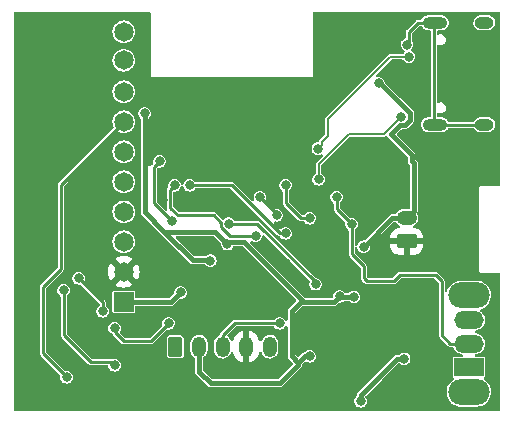
<source format=gbr>
%TF.GenerationSoftware,KiCad,Pcbnew,(6.0.2)*%
%TF.CreationDate,2022-03-07T06:31:50-05:00*%
%TF.ProjectId,ferrous_slime,66657272-6f75-4735-9f73-6c696d652e6b,rev?*%
%TF.SameCoordinates,Original*%
%TF.FileFunction,Copper,L2,Bot*%
%TF.FilePolarity,Positive*%
%FSLAX46Y46*%
G04 Gerber Fmt 4.6, Leading zero omitted, Abs format (unit mm)*
G04 Created by KiCad (PCBNEW (6.0.2)) date 2022-03-07 06:31:50*
%MOMM*%
%LPD*%
G01*
G04 APERTURE LIST*
G04 Aperture macros list*
%AMRoundRect*
0 Rectangle with rounded corners*
0 $1 Rounding radius*
0 $2 $3 $4 $5 $6 $7 $8 $9 X,Y pos of 4 corners*
0 Add a 4 corners polygon primitive as box body*
4,1,4,$2,$3,$4,$5,$6,$7,$8,$9,$2,$3,0*
0 Add four circle primitives for the rounded corners*
1,1,$1+$1,$2,$3*
1,1,$1+$1,$4,$5*
1,1,$1+$1,$6,$7*
1,1,$1+$1,$8,$9*
0 Add four rect primitives between the rounded corners*
20,1,$1+$1,$2,$3,$4,$5,0*
20,1,$1+$1,$4,$5,$6,$7,0*
20,1,$1+$1,$6,$7,$8,$9,0*
20,1,$1+$1,$8,$9,$2,$3,0*%
G04 Aperture macros list end*
%TA.AperFunction,ComponentPad*%
%ADD10RoundRect,0.250000X-0.350000X-0.625000X0.350000X-0.625000X0.350000X0.625000X-0.350000X0.625000X0*%
%TD*%
%TA.AperFunction,ComponentPad*%
%ADD11O,1.200000X1.750000*%
%TD*%
%TA.AperFunction,ComponentPad*%
%ADD12O,3.500000X2.200000*%
%TD*%
%TA.AperFunction,ComponentPad*%
%ADD13R,2.500000X1.500000*%
%TD*%
%TA.AperFunction,ComponentPad*%
%ADD14O,2.500000X1.500000*%
%TD*%
%TA.AperFunction,ComponentPad*%
%ADD15O,1.600000X1.000000*%
%TD*%
%TA.AperFunction,ComponentPad*%
%ADD16O,2.100000X1.000000*%
%TD*%
%TA.AperFunction,ComponentPad*%
%ADD17C,1.651000*%
%TD*%
%TA.AperFunction,ComponentPad*%
%ADD18R,1.651000X1.651000*%
%TD*%
%TA.AperFunction,ComponentPad*%
%ADD19RoundRect,0.250000X0.625000X-0.350000X0.625000X0.350000X-0.625000X0.350000X-0.625000X-0.350000X0*%
%TD*%
%TA.AperFunction,ComponentPad*%
%ADD20O,1.750000X1.200000*%
%TD*%
%TA.AperFunction,ViaPad*%
%ADD21C,0.800000*%
%TD*%
%TA.AperFunction,ViaPad*%
%ADD22C,0.600000*%
%TD*%
%TA.AperFunction,Conductor*%
%ADD23C,0.400000*%
%TD*%
%TA.AperFunction,Conductor*%
%ADD24C,0.250000*%
%TD*%
%TA.AperFunction,Conductor*%
%ADD25C,0.200000*%
%TD*%
G04 APERTURE END LIST*
D10*
%TO.P,J1,1,Pin_1*%
%TO.N,IO10_SDA*%
X69406008Y-58367000D03*
D11*
%TO.P,J1,2,Pin_2*%
%TO.N,+3V3*%
X71406008Y-58367000D03*
%TO.P,J1,3,Pin_3*%
%TO.N,IO7_INT2*%
X73406008Y-58367000D03*
%TO.P,J1,4,Pin_4*%
%TO.N,GND*%
X75406008Y-58367000D03*
%TO.P,J1,5,Pin_5*%
%TO.N,IO8_SCL*%
X77406008Y-58367000D03*
%TD*%
D12*
%TO.P,SW1,*%
%TO.N,*%
X94266004Y-62212986D03*
X94266004Y-54012986D03*
D13*
%TO.P,SW1,1,A*%
%TO.N,+5V*%
X94266004Y-60112986D03*
D14*
%TO.P,SW1,2,B*%
%TO.N,Net-(D2-Pad1)*%
X94266004Y-58112986D03*
%TO.P,SW1,3,C*%
%TO.N,unconnected-(SW1-Pad3)*%
X94266004Y-56112986D03*
%TD*%
D15*
%TO.P,J3,S1,SHIELD*%
%TO.N,Net-(C10-Pad1)*%
X95563000Y-39572990D03*
D16*
X91383000Y-30932990D03*
X91383000Y-39572990D03*
D15*
X95563000Y-30932990D03*
%TD*%
D17*
%TO.P,U1,*%
%TO.N,*%
X65038460Y-31707472D03*
X65038460Y-34120472D03*
D18*
%TO.P,U1,1,VCC*%
%TO.N,+3V3*%
X65038460Y-54567472D03*
D17*
%TO.P,U1,2,GND*%
%TO.N,GND*%
X65038460Y-52027472D03*
%TO.P,U1,3,SCL*%
%TO.N,IO8_SCL*%
X65038460Y-49487472D03*
%TO.P,U1,4,SDA*%
%TO.N,IO10_SDA*%
X65038460Y-46947472D03*
%TO.P,U1,5,AD0_BNO/INT_ICM*%
%TO.N,Net-(JP2-Pad2)*%
X65038460Y-44407472D03*
%TO.P,U1,6,AD0_ICM*%
%TO.N,Net-(JP1-Pad1)*%
X65038460Y-41867472D03*
%TO.P,U1,7,INT_BNO/AD0_MPU*%
%TO.N,Net-(JP1-Pad3)*%
X65038460Y-39327472D03*
%TO.P,U1,8,INT_MPU*%
%TO.N,Net-(JP3-Pad3)*%
X65038460Y-36787472D03*
%TD*%
D19*
%TO.P,J2,1,Pin_1*%
%TO.N,GND*%
X88990000Y-49461000D03*
D20*
%TO.P,J2,2,Pin_2*%
%TO.N,+BATT*%
X88990000Y-47461000D03*
%TD*%
D21*
%TO.N,+BATT*%
X86614000Y-36068000D03*
X85344000Y-49906500D03*
%TO.N,GND*%
X88880000Y-43160000D03*
X89741798Y-59426012D03*
X83566000Y-62992000D03*
X88900000Y-40386000D03*
X90932000Y-55372000D03*
D22*
X75946000Y-51562000D03*
X88559889Y-36207501D03*
D21*
X87630000Y-43434000D03*
X90678000Y-61214000D03*
X70965685Y-45885078D03*
X87849000Y-32673000D03*
X80010000Y-36068000D03*
X90590506Y-38536701D03*
X84328000Y-51816000D03*
X91948000Y-41656000D03*
X74168000Y-40894000D03*
X73927000Y-53835000D03*
X73927000Y-51803000D03*
X85598000Y-41402000D03*
X81026000Y-51054000D03*
X68326000Y-36322000D03*
X90678000Y-44958000D03*
X78740000Y-51308000D03*
X68326000Y-45974000D03*
X94742000Y-41656000D03*
X88646000Y-44958000D03*
X80010000Y-45974000D03*
X89154000Y-30734000D03*
X81534000Y-40132000D03*
X69850000Y-55372000D03*
X72136000Y-49543000D03*
X65786000Y-59944000D03*
%TO.N,+3V3*%
X72364000Y-51080000D03*
X69850000Y-53782000D03*
X84533000Y-54151000D03*
X80772000Y-59182000D03*
X66802000Y-38608000D03*
X83312000Y-54102000D03*
X73818500Y-49688500D03*
%TO.N,IO0*%
X69342000Y-44704000D03*
X76220000Y-48969000D03*
%TO.N,IO1*%
X70612000Y-44704000D03*
X78740000Y-48768000D03*
%TO.N,Net-(C10-Pad1)*%
X89019069Y-32790431D03*
%TO.N,+5V*%
X85090000Y-62992000D03*
X88796622Y-59402865D03*
%TO.N,Net-(D2-Pad1)*%
X83058000Y-45720000D03*
X84328000Y-48006000D03*
%TO.N,USB_D-*%
X81534000Y-44196000D03*
X88548000Y-38899000D03*
%TO.N,USB_D+*%
X81471997Y-41593997D03*
X89182681Y-33810681D03*
%TO.N,IO7_INT2*%
X77978000Y-47244000D03*
X76569504Y-45731990D03*
X78232000Y-56388000D03*
%TO.N,Net-(JP1-Pad3)*%
X60198000Y-60960000D03*
%TO.N,IO6_INT1*%
X68834000Y-56388000D03*
X64262000Y-56785500D03*
%TO.N,Net-(JP2-Pad2)*%
X59944000Y-53594000D03*
X64262000Y-59944000D03*
%TO.N,Net-(JP3-Pad3)*%
X61214000Y-52578000D03*
X63246000Y-55372000D03*
%TO.N,IO5_LED*%
X80772000Y-47498000D03*
X78740000Y-44704000D03*
%TO.N,Net-(C2-Pad1)*%
X73914000Y-47943000D03*
X68072000Y-42672000D03*
X81280000Y-53086000D03*
X69088000Y-47752000D03*
%TD*%
D23*
%TO.N,+BATT*%
X87647095Y-40403095D02*
X88424679Y-39625511D01*
X89606511Y-46844489D02*
X89606511Y-42859068D01*
X89274511Y-39199932D02*
X89274511Y-38598068D01*
X89408000Y-42164000D02*
X87647095Y-40403095D01*
X88990000Y-47461000D02*
X89606511Y-46844489D01*
X87789500Y-47461000D02*
X85344000Y-49906500D01*
X86744443Y-36068000D02*
X86614000Y-36068000D01*
X89408000Y-42660557D02*
X89408000Y-42164000D01*
X88990000Y-47461000D02*
X87789500Y-47461000D01*
X88848932Y-39625511D02*
X89274511Y-39199932D01*
X88424679Y-39625511D02*
X88848932Y-39625511D01*
X89274511Y-38598068D02*
X86744443Y-36068000D01*
X89606511Y-42859068D02*
X89408000Y-42660557D01*
%TO.N,GND*%
X90590506Y-38536701D02*
X90590506Y-38238118D01*
X89741798Y-60277798D02*
X90678000Y-61214000D01*
X89741798Y-59426012D02*
X89741798Y-60277798D01*
X90590506Y-38238118D02*
X88559889Y-36207501D01*
%TO.N,+3V3*%
X79804600Y-59738600D02*
X79804600Y-59895400D01*
X66802000Y-46990000D02*
X68453000Y-48641000D01*
X75232600Y-49530000D02*
X73914000Y-49530000D01*
X79248000Y-59182000D02*
X79804600Y-59738600D01*
X82804000Y-54610000D02*
X80312600Y-54610000D01*
X80010000Y-54610000D02*
X79248000Y-55372000D01*
X80772000Y-59182000D02*
X80361200Y-59182000D01*
X78232000Y-61468000D02*
X72390000Y-61468000D01*
X79804600Y-59895400D02*
X78232000Y-61468000D01*
X79248000Y-55372000D02*
X79248000Y-59182000D01*
X72771000Y-48641000D02*
X68453000Y-48641000D01*
X71406008Y-60484008D02*
X71406008Y-58367000D01*
X69850000Y-53782000D02*
X69064528Y-54567472D01*
X80361200Y-59182000D02*
X79804600Y-59738600D01*
X72390000Y-61468000D02*
X71406008Y-60484008D01*
X75232600Y-49530000D02*
X80312600Y-54610000D01*
X66802000Y-38608000D02*
X66802000Y-46990000D01*
X83361000Y-54151000D02*
X83312000Y-54102000D01*
X69064528Y-54567472D02*
X65038460Y-54567472D01*
X68453000Y-48641000D02*
X70866000Y-51054000D01*
X83312000Y-54102000D02*
X82804000Y-54610000D01*
X84533000Y-54151000D02*
X83361000Y-54151000D01*
X73818500Y-49688500D02*
X72771000Y-48641000D01*
X70866000Y-51054000D02*
X71882000Y-51054000D01*
D24*
%TO.N,IO0*%
X68977511Y-46625511D02*
X69596000Y-47244000D01*
X74018623Y-48969000D02*
X76220000Y-48969000D01*
X68977511Y-45068489D02*
X68977511Y-46625511D01*
X73262489Y-47862489D02*
X73262489Y-48212866D01*
X69596000Y-47244000D02*
X72644000Y-47244000D01*
X69342000Y-44704000D02*
X68977511Y-45068489D01*
X73262489Y-48212866D02*
X74018623Y-48969000D01*
X72644000Y-47244000D02*
X73262489Y-47862489D01*
%TO.N,IO1*%
X70612000Y-44704000D02*
X74168000Y-44704000D01*
X78232000Y-48768000D02*
X78740000Y-48768000D01*
X74168000Y-44704000D02*
X78232000Y-48768000D01*
%TO.N,Net-(C10-Pad1)*%
X89154000Y-31750000D02*
X89971000Y-30933000D01*
X89019069Y-32790431D02*
X89154000Y-32655500D01*
X91306479Y-31009521D02*
X91306479Y-39496479D01*
X91383000Y-39573000D02*
X95563000Y-39573000D01*
X89154000Y-32655500D02*
X89154000Y-31750000D01*
X89971000Y-30933000D02*
X91129000Y-30933000D01*
D23*
%TO.N,+5V*%
X88796622Y-59402865D02*
X88171135Y-59402865D01*
X85090000Y-62484000D02*
X85090000Y-62992000D01*
X88171135Y-59402865D02*
X85090000Y-62484000D01*
D24*
%TO.N,Net-(D2-Pad1)*%
X85598000Y-52832000D02*
X87884000Y-52832000D01*
X83058000Y-46736000D02*
X84328000Y-48006000D01*
X92656996Y-58112996D02*
X94266004Y-58112996D01*
X91948000Y-52832000D02*
X91948000Y-57404000D01*
X84328000Y-50546000D02*
X85344000Y-51562000D01*
X85344000Y-52578000D02*
X85598000Y-52832000D01*
X85344000Y-51562000D02*
X85344000Y-52578000D01*
X91440000Y-52324000D02*
X91948000Y-52832000D01*
X84328000Y-48006000D02*
X84328000Y-50546000D01*
X91948000Y-57404000D02*
X92656996Y-58112996D01*
X87884000Y-52832000D02*
X88392000Y-52324000D01*
X83058000Y-45720000D02*
X83058000Y-46736000D01*
X88392000Y-52324000D02*
X91440000Y-52324000D01*
D25*
%TO.N,USB_D-*%
X88548000Y-38899000D02*
X87061000Y-40386000D01*
X84074000Y-40386000D02*
X81534000Y-42926000D01*
X81534000Y-44196000D02*
X81534000Y-42926000D01*
X87061000Y-40386000D02*
X84074000Y-40386000D01*
%TO.N,USB_D+*%
X82296000Y-39116000D02*
X87601319Y-33810681D01*
X81793510Y-41007001D02*
X82296000Y-40504511D01*
X81793510Y-41272484D02*
X81793510Y-41007001D01*
X82296000Y-40504511D02*
X82296000Y-39116000D01*
X87601319Y-33810681D02*
X89182681Y-33810681D01*
X81471997Y-41593997D02*
X81793510Y-41272484D01*
D24*
%TO.N,IO7_INT2*%
X73406008Y-57403992D02*
X74422000Y-56388000D01*
X77978000Y-47140486D02*
X77978000Y-47244000D01*
X74422000Y-56388000D02*
X78232000Y-56388000D01*
X76569504Y-45731990D02*
X77978000Y-47140486D01*
X73406008Y-58367000D02*
X73406008Y-57403992D01*
%TO.N,Net-(JP1-Pad3)*%
X58166000Y-58928000D02*
X60198000Y-60960000D01*
X59690000Y-44675932D02*
X59690000Y-51816000D01*
X59690000Y-51816000D02*
X58166000Y-53340000D01*
X58166000Y-53340000D02*
X58166000Y-58928000D01*
X65038460Y-39327472D02*
X59690000Y-44675932D01*
%TO.N,IO6_INT1*%
X68834000Y-56388000D02*
X67310000Y-57912000D01*
X67310000Y-57912000D02*
X65024000Y-57912000D01*
X65024000Y-57912000D02*
X64262000Y-57150000D01*
X64262000Y-57150000D02*
X64262000Y-56785500D01*
%TO.N,Net-(JP2-Pad2)*%
X59944000Y-57404000D02*
X62230000Y-59690000D01*
X62230000Y-59690000D02*
X64008000Y-59690000D01*
X59944000Y-53594000D02*
X59944000Y-57404000D01*
X64008000Y-59690000D02*
X64262000Y-59944000D01*
%TO.N,Net-(JP3-Pad3)*%
X63246000Y-55372000D02*
X63246000Y-54610000D01*
X63246000Y-54610000D02*
X61214000Y-52578000D01*
%TO.N,IO5_LED*%
X78740000Y-46228000D02*
X78740000Y-44704000D01*
X78740000Y-46228000D02*
X80010000Y-47498000D01*
X80772000Y-47498000D02*
X80010000Y-47498000D01*
%TO.N,Net-(C2-Pad1)*%
X81280000Y-53086000D02*
X81280000Y-52926623D01*
X81280000Y-52926623D02*
X76359377Y-48006000D01*
X67564000Y-43180000D02*
X68072000Y-42672000D01*
X69088000Y-47752000D02*
X67564000Y-46228000D01*
X67564000Y-46228000D02*
X67564000Y-43180000D01*
X76359377Y-48006000D02*
X73914000Y-48006000D01*
%TD*%
%TA.AperFunction,Conductor*%
%TO.N,GND*%
G36*
X67252121Y-30039002D02*
G01*
X67298614Y-30092658D01*
X67310000Y-30145000D01*
X67310000Y-35560000D01*
X81026000Y-35560000D01*
X81026000Y-30145000D01*
X81046002Y-30076879D01*
X81099658Y-30030386D01*
X81152000Y-30019000D01*
X96802000Y-30019000D01*
X96870121Y-30039002D01*
X96916614Y-30092658D01*
X96928000Y-30145000D01*
X96928000Y-44679000D01*
X96907998Y-44747121D01*
X96854342Y-44793614D01*
X96802000Y-44805000D01*
X95217508Y-44805000D01*
X95204035Y-44814789D01*
X95188197Y-44819935D01*
X95178408Y-44833408D01*
X95164935Y-44843197D01*
X95159789Y-44859035D01*
X95150000Y-44872508D01*
X95150000Y-52049492D01*
X95159789Y-52062965D01*
X95164935Y-52078803D01*
X95178408Y-52088592D01*
X95188197Y-52102065D01*
X95204035Y-52107211D01*
X95217508Y-52117000D01*
X96802000Y-52117000D01*
X96870121Y-52137002D01*
X96916614Y-52190658D01*
X96928000Y-52243000D01*
X96928000Y-63729000D01*
X96907998Y-63797121D01*
X96854342Y-63843614D01*
X96802000Y-63855000D01*
X55852000Y-63855000D01*
X55783879Y-63834998D01*
X55737386Y-63781342D01*
X55726000Y-63729000D01*
X55726000Y-62992000D01*
X84557948Y-62992000D01*
X84576077Y-63129705D01*
X84579236Y-63137332D01*
X84579237Y-63137335D01*
X84584164Y-63149230D01*
X84629229Y-63258026D01*
X84713782Y-63368218D01*
X84823974Y-63452771D01*
X84888134Y-63479347D01*
X84944665Y-63502763D01*
X84944668Y-63502764D01*
X84952295Y-63505923D01*
X85090000Y-63524052D01*
X85098188Y-63522974D01*
X85219517Y-63507001D01*
X85227705Y-63505923D01*
X85235332Y-63502764D01*
X85235335Y-63502763D01*
X85291866Y-63479347D01*
X85356026Y-63452771D01*
X85466218Y-63368218D01*
X85550771Y-63258026D01*
X85595836Y-63149230D01*
X85600763Y-63137335D01*
X85600764Y-63137332D01*
X85603923Y-63129705D01*
X85622052Y-62992000D01*
X85606435Y-62873372D01*
X85605001Y-62862483D01*
X85603923Y-62854295D01*
X85550771Y-62725974D01*
X85514014Y-62678071D01*
X85488414Y-62611850D01*
X85502679Y-62542301D01*
X85524882Y-62512272D01*
X86876896Y-61160259D01*
X88250905Y-59786250D01*
X88313217Y-59752224D01*
X88384033Y-59757289D01*
X88419590Y-59780144D01*
X88420404Y-59779083D01*
X88530596Y-59863636D01*
X88594756Y-59890212D01*
X88651287Y-59913628D01*
X88651290Y-59913629D01*
X88658917Y-59916788D01*
X88796622Y-59934917D01*
X88804810Y-59933839D01*
X88926139Y-59917866D01*
X88934327Y-59916788D01*
X88941954Y-59913629D01*
X88941957Y-59913628D01*
X88998488Y-59890212D01*
X89062648Y-59863636D01*
X89172840Y-59779083D01*
X89257393Y-59668891D01*
X89296562Y-59574328D01*
X89307385Y-59548200D01*
X89307386Y-59548197D01*
X89310545Y-59540570D01*
X89328674Y-59402865D01*
X89310545Y-59265160D01*
X89300316Y-59240463D01*
X89276099Y-59182000D01*
X89257393Y-59136839D01*
X89172840Y-59026647D01*
X89062648Y-58942094D01*
X88981006Y-58908277D01*
X88941957Y-58892102D01*
X88941954Y-58892101D01*
X88934327Y-58888942D01*
X88796622Y-58870813D01*
X88658917Y-58888942D01*
X88651290Y-58892101D01*
X88651287Y-58892102D01*
X88612238Y-58908277D01*
X88530596Y-58942094D01*
X88420404Y-59026647D01*
X88415378Y-59033197D01*
X88410117Y-59038458D01*
X88347806Y-59072485D01*
X88321020Y-59075365D01*
X88190929Y-59075365D01*
X88179946Y-59074885D01*
X88153136Y-59072539D01*
X88153135Y-59072539D01*
X88142151Y-59071578D01*
X88105491Y-59081401D01*
X88094767Y-59083778D01*
X88057396Y-59090368D01*
X88047850Y-59095879D01*
X88044482Y-59097105D01*
X88041236Y-59098619D01*
X88030592Y-59101471D01*
X88021563Y-59107793D01*
X88021561Y-59107794D01*
X87999502Y-59123239D01*
X87990237Y-59129142D01*
X87957375Y-59148115D01*
X87950289Y-59156560D01*
X87932980Y-59177188D01*
X87925553Y-59185292D01*
X84872433Y-62238413D01*
X84864329Y-62245840D01*
X84835250Y-62270240D01*
X84829737Y-62279789D01*
X84816275Y-62303106D01*
X84810377Y-62312365D01*
X84788606Y-62343457D01*
X84785754Y-62354101D01*
X84784240Y-62357347D01*
X84783014Y-62360715D01*
X84777503Y-62370261D01*
X84772526Y-62398485D01*
X84770913Y-62407633D01*
X84768536Y-62418356D01*
X84758713Y-62455016D01*
X84759674Y-62465999D01*
X84762020Y-62492811D01*
X84762500Y-62503794D01*
X84762500Y-62516398D01*
X84742498Y-62584519D01*
X84725593Y-62605495D01*
X84720332Y-62610756D01*
X84713782Y-62615782D01*
X84629229Y-62725974D01*
X84576077Y-62854295D01*
X84574999Y-62862483D01*
X84573565Y-62873372D01*
X84557948Y-62992000D01*
X55726000Y-62992000D01*
X55726000Y-58928000D01*
X57908552Y-58928000D01*
X57920917Y-58990159D01*
X57928150Y-59026521D01*
X57935044Y-59036838D01*
X57935044Y-59036839D01*
X57950971Y-59060675D01*
X57983957Y-59110043D01*
X57994272Y-59116935D01*
X57994274Y-59116937D01*
X57994729Y-59117241D01*
X58013822Y-59132911D01*
X59642365Y-60761454D01*
X59676391Y-60823766D01*
X59678192Y-60866995D01*
X59665948Y-60960000D01*
X59684077Y-61097705D01*
X59737229Y-61226026D01*
X59821782Y-61336218D01*
X59931974Y-61420771D01*
X59972055Y-61437373D01*
X60052665Y-61470763D01*
X60052668Y-61470764D01*
X60060295Y-61473923D01*
X60198000Y-61492052D01*
X60206188Y-61490974D01*
X60327517Y-61475001D01*
X60335705Y-61473923D01*
X60343332Y-61470764D01*
X60343335Y-61470763D01*
X60423945Y-61437373D01*
X60464026Y-61420771D01*
X60574218Y-61336218D01*
X60658771Y-61226026D01*
X60711923Y-61097705D01*
X60730052Y-60960000D01*
X60711923Y-60822295D01*
X60706321Y-60808769D01*
X60670447Y-60722162D01*
X60658771Y-60693974D01*
X60574218Y-60583782D01*
X60464026Y-60499229D01*
X60379492Y-60464214D01*
X60343335Y-60449237D01*
X60343332Y-60449236D01*
X60335705Y-60446077D01*
X60291004Y-60440192D01*
X60206188Y-60429026D01*
X60198000Y-60427948D01*
X60189812Y-60429026D01*
X60104995Y-60440192D01*
X60034846Y-60429252D01*
X59999454Y-60404365D01*
X58455405Y-58860316D01*
X58421379Y-58798004D01*
X58418500Y-58771221D01*
X58418500Y-53594000D01*
X59411948Y-53594000D01*
X59430077Y-53731705D01*
X59483229Y-53860026D01*
X59567782Y-53970218D01*
X59574328Y-53975241D01*
X59642204Y-54027324D01*
X59684071Y-54084662D01*
X59691500Y-54127287D01*
X59691500Y-57366714D01*
X59689079Y-57391296D01*
X59686552Y-57404000D01*
X59696850Y-57455768D01*
X59706150Y-57502521D01*
X59713044Y-57512838D01*
X59713044Y-57512839D01*
X59745826Y-57561901D01*
X59761957Y-57586043D01*
X59772272Y-57592935D01*
X59772274Y-57592937D01*
X59772729Y-57593241D01*
X59791822Y-57608911D01*
X62025089Y-59842178D01*
X62040759Y-59861271D01*
X62041063Y-59861726D01*
X62041065Y-59861728D01*
X62047957Y-59872043D01*
X62058273Y-59878936D01*
X62058274Y-59878937D01*
X62121162Y-59920957D01*
X62121164Y-59920958D01*
X62125795Y-59924052D01*
X62131479Y-59927850D01*
X62167579Y-59935031D01*
X62217297Y-59944921D01*
X62230000Y-59947448D01*
X62242704Y-59944921D01*
X62267286Y-59942500D01*
X63619251Y-59942500D01*
X63687372Y-59962502D01*
X63733865Y-60016158D01*
X63744173Y-60052052D01*
X63746738Y-60071531D01*
X63748077Y-60081705D01*
X63801229Y-60210026D01*
X63885782Y-60320218D01*
X63995974Y-60404771D01*
X64051929Y-60427948D01*
X64116665Y-60454763D01*
X64116668Y-60454764D01*
X64124295Y-60457923D01*
X64262000Y-60476052D01*
X64270188Y-60474974D01*
X64391517Y-60459001D01*
X64399705Y-60457923D01*
X64407332Y-60454764D01*
X64407335Y-60454763D01*
X64472071Y-60427948D01*
X64528026Y-60404771D01*
X64638218Y-60320218D01*
X64722771Y-60210026D01*
X64775923Y-60081705D01*
X64794052Y-59944000D01*
X64775923Y-59806295D01*
X64769264Y-59790217D01*
X64730652Y-59697001D01*
X64722771Y-59677974D01*
X64638218Y-59567782D01*
X64528026Y-59483229D01*
X64443038Y-59448026D01*
X64407335Y-59433237D01*
X64407332Y-59433236D01*
X64399705Y-59430077D01*
X64262000Y-59411948D01*
X64124295Y-59430077D01*
X64116661Y-59433239D01*
X64108689Y-59435375D01*
X64108239Y-59433697D01*
X64045043Y-59439920D01*
X64020172Y-59434973D01*
X64020171Y-59434973D01*
X64008000Y-59432552D01*
X63995297Y-59435079D01*
X63970714Y-59437500D01*
X62386779Y-59437500D01*
X62318658Y-59417498D01*
X62297684Y-59400595D01*
X60233405Y-57336316D01*
X60199379Y-57274004D01*
X60196500Y-57247221D01*
X60196500Y-56785500D01*
X63729948Y-56785500D01*
X63748077Y-56923205D01*
X63801229Y-57051526D01*
X63885782Y-57161718D01*
X63995974Y-57246271D01*
X64003604Y-57249431D01*
X64010755Y-57253560D01*
X64009108Y-57256414D01*
X64054089Y-57293328D01*
X64079957Y-57332043D01*
X64090272Y-57338935D01*
X64090274Y-57338937D01*
X64090729Y-57339241D01*
X64109822Y-57354911D01*
X64819089Y-58064178D01*
X64834759Y-58083271D01*
X64835063Y-58083726D01*
X64835065Y-58083728D01*
X64841957Y-58094043D01*
X64925479Y-58149850D01*
X64940786Y-58152895D01*
X65024000Y-58169448D01*
X65036704Y-58166921D01*
X65061286Y-58164500D01*
X67272714Y-58164500D01*
X67297296Y-58166921D01*
X67310000Y-58169448D01*
X67393214Y-58152895D01*
X67408521Y-58149850D01*
X67492043Y-58094043D01*
X67498935Y-58083728D01*
X67498937Y-58083726D01*
X67499241Y-58083271D01*
X67514911Y-58064178D01*
X67872870Y-57706219D01*
X68678508Y-57706219D01*
X68678509Y-59027780D01*
X68689430Y-59101979D01*
X68703329Y-59130288D01*
X68739959Y-59204893D01*
X68744818Y-59214790D01*
X68833761Y-59303578D01*
X68891026Y-59331570D01*
X68937447Y-59354261D01*
X68946669Y-59358769D01*
X68956344Y-59360180D01*
X68956346Y-59360181D01*
X69015701Y-59368840D01*
X69015705Y-59368840D01*
X69020227Y-59369500D01*
X69404537Y-59369500D01*
X69791788Y-59369499D01*
X69865987Y-59358578D01*
X69929621Y-59327335D01*
X69969450Y-59307780D01*
X69969451Y-59307779D01*
X69978798Y-59303190D01*
X70067586Y-59214247D01*
X70110531Y-59126391D01*
X70118483Y-59110124D01*
X70118483Y-59110123D01*
X70122777Y-59101339D01*
X70124189Y-59091662D01*
X70132848Y-59032307D01*
X70132848Y-59032303D01*
X70133508Y-59027781D01*
X70133507Y-57706220D01*
X70122586Y-57632021D01*
X70094463Y-57574741D01*
X70071788Y-57528558D01*
X70071787Y-57528557D01*
X70067198Y-57519210D01*
X69978255Y-57430422D01*
X69894227Y-57389348D01*
X69874132Y-57379525D01*
X69874131Y-57379525D01*
X69865347Y-57375231D01*
X69855672Y-57373820D01*
X69855670Y-57373819D01*
X69796315Y-57365160D01*
X69796311Y-57365160D01*
X69791789Y-57364500D01*
X69407479Y-57364500D01*
X69020228Y-57364501D01*
X68946029Y-57375422D01*
X68913696Y-57391297D01*
X68842566Y-57426220D01*
X68842565Y-57426221D01*
X68833218Y-57430810D01*
X68744430Y-57519753D01*
X68717551Y-57574741D01*
X68695721Y-57619401D01*
X68689239Y-57632661D01*
X68687828Y-57642336D01*
X68687827Y-57642338D01*
X68680565Y-57692121D01*
X68678508Y-57706219D01*
X67872870Y-57706219D01*
X68635454Y-56943635D01*
X68697766Y-56909609D01*
X68740995Y-56907808D01*
X68825812Y-56918974D01*
X68834000Y-56920052D01*
X68842188Y-56918974D01*
X68963517Y-56903001D01*
X68971705Y-56901923D01*
X68979332Y-56898764D01*
X68979335Y-56898763D01*
X69053617Y-56867994D01*
X69100026Y-56848771D01*
X69210218Y-56764218D01*
X69216262Y-56756342D01*
X69289744Y-56660577D01*
X69294771Y-56654026D01*
X69337382Y-56551154D01*
X69344763Y-56533335D01*
X69344764Y-56533332D01*
X69347923Y-56525705D01*
X69366052Y-56388000D01*
X69347923Y-56250295D01*
X69294771Y-56121974D01*
X69210218Y-56011782D01*
X69100026Y-55927229D01*
X69035866Y-55900653D01*
X68979335Y-55877237D01*
X68979332Y-55877236D01*
X68971705Y-55874077D01*
X68935238Y-55869276D01*
X68842188Y-55857026D01*
X68834000Y-55855948D01*
X68825812Y-55857026D01*
X68732763Y-55869276D01*
X68696295Y-55874077D01*
X68688668Y-55877236D01*
X68688665Y-55877237D01*
X68632134Y-55900653D01*
X68567974Y-55927229D01*
X68457782Y-56011782D01*
X68373229Y-56121974D01*
X68320077Y-56250295D01*
X68301948Y-56388000D01*
X68303026Y-56396188D01*
X68314192Y-56481005D01*
X68303252Y-56551154D01*
X68278365Y-56586546D01*
X67242316Y-57622595D01*
X67180004Y-57656621D01*
X67153221Y-57659500D01*
X65180779Y-57659500D01*
X65112658Y-57639498D01*
X65091684Y-57622595D01*
X64713135Y-57244046D01*
X64679109Y-57181734D01*
X64684174Y-57110919D01*
X64702268Y-57078246D01*
X64702445Y-57078016D01*
X64704692Y-57075086D01*
X64717744Y-57058078D01*
X64717746Y-57058075D01*
X64722771Y-57051526D01*
X64775923Y-56923205D01*
X64794052Y-56785500D01*
X64775923Y-56647795D01*
X64761009Y-56611788D01*
X64735893Y-56551154D01*
X64722771Y-56519474D01*
X64638218Y-56409282D01*
X64528026Y-56324729D01*
X64463866Y-56298153D01*
X64407335Y-56274737D01*
X64407332Y-56274736D01*
X64399705Y-56271577D01*
X64262000Y-56253448D01*
X64124295Y-56271577D01*
X64116668Y-56274736D01*
X64116665Y-56274737D01*
X64060134Y-56298153D01*
X63995974Y-56324729D01*
X63885782Y-56409282D01*
X63801229Y-56519474D01*
X63788107Y-56551154D01*
X63762992Y-56611788D01*
X63748077Y-56647795D01*
X63729948Y-56785500D01*
X60196500Y-56785500D01*
X60196500Y-54127287D01*
X60216502Y-54059166D01*
X60245796Y-54027324D01*
X60313672Y-53975241D01*
X60320218Y-53970218D01*
X60404771Y-53860026D01*
X60457923Y-53731705D01*
X60476052Y-53594000D01*
X60457923Y-53456295D01*
X60453075Y-53444589D01*
X60431347Y-53392135D01*
X60404771Y-53327974D01*
X60320218Y-53217782D01*
X60210026Y-53133229D01*
X60124512Y-53097808D01*
X60089335Y-53083237D01*
X60089332Y-53083236D01*
X60081705Y-53080077D01*
X60064501Y-53077812D01*
X59952188Y-53063026D01*
X59944000Y-53061948D01*
X59935812Y-53063026D01*
X59823500Y-53077812D01*
X59806295Y-53080077D01*
X59798668Y-53083236D01*
X59798665Y-53083237D01*
X59763488Y-53097808D01*
X59677974Y-53133229D01*
X59567782Y-53217782D01*
X59483229Y-53327974D01*
X59456653Y-53392134D01*
X59434926Y-53444589D01*
X59430077Y-53456295D01*
X59411948Y-53594000D01*
X58418500Y-53594000D01*
X58418500Y-53496779D01*
X58438502Y-53428658D01*
X58455405Y-53407684D01*
X59285089Y-52578000D01*
X60681948Y-52578000D01*
X60700077Y-52715705D01*
X60703236Y-52723332D01*
X60703237Y-52723335D01*
X60721298Y-52766937D01*
X60753229Y-52844026D01*
X60837782Y-52954218D01*
X60844328Y-52959241D01*
X60870442Y-52979279D01*
X60947974Y-53038771D01*
X61003929Y-53061948D01*
X61068665Y-53088763D01*
X61068668Y-53088764D01*
X61076295Y-53091923D01*
X61084483Y-53093001D01*
X61145147Y-53100987D01*
X61214000Y-53110052D01*
X61222188Y-53108974D01*
X61307005Y-53097808D01*
X61377154Y-53108748D01*
X61412546Y-53133635D01*
X62956595Y-54677684D01*
X62990621Y-54739996D01*
X62993500Y-54766779D01*
X62993500Y-54838713D01*
X62973498Y-54906834D01*
X62944204Y-54938676D01*
X62939974Y-54941922D01*
X62869782Y-54995782D01*
X62785229Y-55105974D01*
X62775149Y-55130310D01*
X62736861Y-55222746D01*
X62732077Y-55234295D01*
X62713948Y-55372000D01*
X62732077Y-55509705D01*
X62735236Y-55517332D01*
X62735237Y-55517335D01*
X62758653Y-55573866D01*
X62785229Y-55638026D01*
X62869782Y-55748218D01*
X62979974Y-55832771D01*
X63035929Y-55855948D01*
X63100665Y-55882763D01*
X63100668Y-55882764D01*
X63108295Y-55885923D01*
X63246000Y-55904052D01*
X63254188Y-55902974D01*
X63375517Y-55887001D01*
X63383705Y-55885923D01*
X63391332Y-55882764D01*
X63391335Y-55882763D01*
X63456071Y-55855948D01*
X63512026Y-55832771D01*
X63622218Y-55748218D01*
X63706771Y-55638026D01*
X63733347Y-55573865D01*
X63756763Y-55517335D01*
X63756764Y-55517332D01*
X63759923Y-55509705D01*
X63773638Y-55405530D01*
X64085460Y-55405530D01*
X64086666Y-55411590D01*
X64086666Y-55411595D01*
X64090437Y-55430550D01*
X64092858Y-55442720D01*
X64099751Y-55453037D01*
X64099752Y-55453038D01*
X64113610Y-55473778D01*
X64121038Y-55484894D01*
X64163212Y-55513074D01*
X64175382Y-55515495D01*
X64194337Y-55519266D01*
X64194342Y-55519266D01*
X64200402Y-55520472D01*
X65876518Y-55520472D01*
X65882578Y-55519266D01*
X65882583Y-55519266D01*
X65901538Y-55515495D01*
X65913708Y-55513074D01*
X65955882Y-55484894D01*
X65963310Y-55473778D01*
X65977168Y-55453038D01*
X65977169Y-55453037D01*
X65984062Y-55442720D01*
X65986483Y-55430550D01*
X65990254Y-55411595D01*
X65990254Y-55411590D01*
X65991460Y-55405530D01*
X65991460Y-55020972D01*
X66011462Y-54952851D01*
X66065118Y-54906358D01*
X66117460Y-54894972D01*
X69044734Y-54894972D01*
X69055717Y-54895452D01*
X69082527Y-54897798D01*
X69082528Y-54897798D01*
X69093512Y-54898759D01*
X69130172Y-54888936D01*
X69140895Y-54886559D01*
X69143218Y-54886149D01*
X69178267Y-54879969D01*
X69187813Y-54874458D01*
X69191181Y-54873232D01*
X69194427Y-54871718D01*
X69205071Y-54868866D01*
X69236163Y-54847095D01*
X69245422Y-54841197D01*
X69268739Y-54827735D01*
X69278288Y-54822222D01*
X69302683Y-54793149D01*
X69310109Y-54785045D01*
X69745277Y-54349878D01*
X69807589Y-54315853D01*
X69834372Y-54312974D01*
X69841812Y-54312974D01*
X69850000Y-54314052D01*
X69858188Y-54312974D01*
X69979517Y-54297001D01*
X69987705Y-54295923D01*
X69995332Y-54292764D01*
X69995335Y-54292763D01*
X70052150Y-54269229D01*
X70116026Y-54242771D01*
X70226218Y-54158218D01*
X70310771Y-54048026D01*
X70345453Y-53964295D01*
X70360763Y-53927335D01*
X70360764Y-53927332D01*
X70363923Y-53919705D01*
X70382052Y-53782000D01*
X70363923Y-53644295D01*
X70354635Y-53621870D01*
X70333128Y-53569948D01*
X70310771Y-53515974D01*
X70236547Y-53419243D01*
X70231241Y-53412328D01*
X70226218Y-53405782D01*
X70116026Y-53321229D01*
X70032815Y-53286762D01*
X69995335Y-53271237D01*
X69995332Y-53271236D01*
X69987705Y-53268077D01*
X69850000Y-53249948D01*
X69712295Y-53268077D01*
X69704668Y-53271236D01*
X69704665Y-53271237D01*
X69667185Y-53286762D01*
X69583974Y-53321229D01*
X69473782Y-53405782D01*
X69468759Y-53412328D01*
X69463453Y-53419243D01*
X69389229Y-53515974D01*
X69366872Y-53569948D01*
X69345366Y-53621870D01*
X69336077Y-53644295D01*
X69317948Y-53782000D01*
X69319026Y-53790188D01*
X69319026Y-53797628D01*
X69299024Y-53865749D01*
X69282122Y-53886723D01*
X68965779Y-54203067D01*
X68903466Y-54237092D01*
X68876683Y-54239972D01*
X66117460Y-54239972D01*
X66049339Y-54219970D01*
X66002846Y-54166314D01*
X65991460Y-54113972D01*
X65991460Y-53729414D01*
X65989739Y-53720759D01*
X65986483Y-53704394D01*
X65984062Y-53692224D01*
X65955882Y-53650050D01*
X65935850Y-53636665D01*
X65924026Y-53628764D01*
X65924025Y-53628763D01*
X65913708Y-53621870D01*
X65901538Y-53619449D01*
X65882583Y-53615678D01*
X65882578Y-53615678D01*
X65876518Y-53614472D01*
X65085047Y-53614472D01*
X65038181Y-53600711D01*
X65016700Y-53612002D01*
X64991873Y-53614472D01*
X64200402Y-53614472D01*
X64194342Y-53615678D01*
X64194337Y-53615678D01*
X64175382Y-53619449D01*
X64163212Y-53621870D01*
X64152895Y-53628763D01*
X64152894Y-53628764D01*
X64141070Y-53636665D01*
X64121038Y-53650050D01*
X64092858Y-53692224D01*
X64090437Y-53704394D01*
X64087182Y-53720759D01*
X64085460Y-53729414D01*
X64085460Y-55405530D01*
X63773638Y-55405530D01*
X63778052Y-55372000D01*
X63759923Y-55234295D01*
X63755140Y-55222746D01*
X63716851Y-55130310D01*
X63706771Y-55105974D01*
X63622218Y-54995782D01*
X63552026Y-54941922D01*
X63547796Y-54938676D01*
X63505929Y-54881338D01*
X63498500Y-54838713D01*
X63498500Y-54647286D01*
X63500921Y-54622703D01*
X63501027Y-54622170D01*
X63503448Y-54610000D01*
X63483850Y-54511480D01*
X63483850Y-54511479D01*
X63428043Y-54427957D01*
X63417728Y-54421065D01*
X63417726Y-54421063D01*
X63417271Y-54420759D01*
X63398178Y-54405089D01*
X62124932Y-53131843D01*
X64298643Y-53131843D01*
X64307940Y-53143859D01*
X64364658Y-53183573D01*
X64374144Y-53189051D01*
X64575652Y-53283016D01*
X64585944Y-53286762D01*
X64800701Y-53344306D01*
X64811496Y-53346209D01*
X65002855Y-53362951D01*
X65036355Y-53376055D01*
X65049549Y-53367576D01*
X65074065Y-53362951D01*
X65265424Y-53346209D01*
X65276219Y-53344306D01*
X65490976Y-53286762D01*
X65501268Y-53283016D01*
X65702776Y-53189051D01*
X65712262Y-53183573D01*
X65769818Y-53143273D01*
X65778193Y-53132795D01*
X65771125Y-53119347D01*
X65051272Y-52399494D01*
X65037328Y-52391880D01*
X65035495Y-52392011D01*
X65028880Y-52396262D01*
X64305073Y-53120069D01*
X64298643Y-53131843D01*
X62124932Y-53131843D01*
X61769635Y-52776546D01*
X61735609Y-52714234D01*
X61733808Y-52671005D01*
X61744974Y-52586188D01*
X61746052Y-52578000D01*
X61727923Y-52440295D01*
X61720023Y-52421221D01*
X61677931Y-52319604D01*
X61674771Y-52311974D01*
X61590218Y-52201782D01*
X61480026Y-52117229D01*
X61404994Y-52086150D01*
X61359335Y-52067237D01*
X61359332Y-52067236D01*
X61351705Y-52064077D01*
X61343259Y-52062965D01*
X61282852Y-52055012D01*
X61214000Y-52045948D01*
X61145148Y-52055012D01*
X61084742Y-52062965D01*
X61076295Y-52064077D01*
X61068668Y-52067236D01*
X61068665Y-52067237D01*
X61023006Y-52086150D01*
X60947974Y-52117229D01*
X60837782Y-52201782D01*
X60753229Y-52311974D01*
X60750069Y-52319604D01*
X60707978Y-52421221D01*
X60700077Y-52440295D01*
X60681948Y-52578000D01*
X59285089Y-52578000D01*
X59830142Y-52032947D01*
X63700345Y-52032947D01*
X63719723Y-52254436D01*
X63721626Y-52265231D01*
X63779170Y-52479988D01*
X63782916Y-52490280D01*
X63876881Y-52691788D01*
X63882359Y-52701274D01*
X63922659Y-52758830D01*
X63933137Y-52767205D01*
X63946585Y-52760137D01*
X64666438Y-52040284D01*
X64672816Y-52028604D01*
X65402868Y-52028604D01*
X65402999Y-52030437D01*
X65407250Y-52037052D01*
X66131057Y-52760859D01*
X66142831Y-52767289D01*
X66154847Y-52757992D01*
X66194561Y-52701274D01*
X66200039Y-52691788D01*
X66294004Y-52490280D01*
X66297750Y-52479988D01*
X66355294Y-52265231D01*
X66357197Y-52254436D01*
X66376575Y-52032947D01*
X66376575Y-52021997D01*
X66357197Y-51800508D01*
X66355294Y-51789713D01*
X66297750Y-51574956D01*
X66294004Y-51564664D01*
X66200039Y-51363156D01*
X66194561Y-51353670D01*
X66154261Y-51296114D01*
X66143783Y-51287739D01*
X66130335Y-51294807D01*
X65410482Y-52014660D01*
X65402868Y-52028604D01*
X64672816Y-52028604D01*
X64674052Y-52026340D01*
X64673921Y-52024507D01*
X64669670Y-52017892D01*
X63945863Y-51294085D01*
X63934089Y-51287655D01*
X63922073Y-51296952D01*
X63882359Y-51353670D01*
X63876881Y-51363156D01*
X63782916Y-51564664D01*
X63779170Y-51574956D01*
X63721626Y-51789713D01*
X63719723Y-51800508D01*
X63700345Y-52021997D01*
X63700345Y-52032947D01*
X59830142Y-52032947D01*
X59842178Y-52020911D01*
X59861271Y-52005241D01*
X59861726Y-52004937D01*
X59861728Y-52004935D01*
X59872043Y-51998043D01*
X59927850Y-51914521D01*
X59942500Y-51840870D01*
X59947447Y-51816000D01*
X59944921Y-51803300D01*
X59942500Y-51778719D01*
X59942500Y-50922149D01*
X64298727Y-50922149D01*
X64305795Y-50935597D01*
X65025648Y-51655450D01*
X65039592Y-51663064D01*
X65041425Y-51662933D01*
X65048040Y-51658682D01*
X65771847Y-50934875D01*
X65778277Y-50923101D01*
X65768980Y-50911085D01*
X65712262Y-50871371D01*
X65702776Y-50865893D01*
X65501268Y-50771928D01*
X65490976Y-50768182D01*
X65276219Y-50710638D01*
X65265423Y-50708734D01*
X65071913Y-50691805D01*
X65033242Y-50676679D01*
X65002503Y-50691623D01*
X64992550Y-50692895D01*
X64811497Y-50708734D01*
X64800701Y-50710638D01*
X64585944Y-50768182D01*
X64575652Y-50771928D01*
X64374144Y-50865893D01*
X64364658Y-50871371D01*
X64307102Y-50911671D01*
X64298727Y-50922149D01*
X59942500Y-50922149D01*
X59942500Y-49474102D01*
X64080942Y-49474102D01*
X64081458Y-49480246D01*
X64095554Y-49648104D01*
X64096581Y-49660339D01*
X64148096Y-49839992D01*
X64233524Y-50006218D01*
X64237347Y-50011042D01*
X64237350Y-50011046D01*
X64280646Y-50065671D01*
X64349612Y-50152684D01*
X64354306Y-50156679D01*
X64408055Y-50202423D01*
X64491938Y-50273814D01*
X64655081Y-50364991D01*
X64832827Y-50422744D01*
X64882132Y-50428623D01*
X64996488Y-50442260D01*
X65030952Y-50457006D01*
X65058067Y-50442754D01*
X65073227Y-50440655D01*
X65119118Y-50437124D01*
X65204747Y-50430535D01*
X65384756Y-50380276D01*
X65390245Y-50377503D01*
X65390251Y-50377501D01*
X65467619Y-50338419D01*
X65551574Y-50296010D01*
X65559001Y-50290208D01*
X65669979Y-50203501D01*
X65698847Y-50180947D01*
X65702873Y-50176283D01*
X65702876Y-50176280D01*
X65810294Y-50051835D01*
X65820967Y-50039470D01*
X65913281Y-49876967D01*
X65917391Y-49864614D01*
X65956406Y-49747329D01*
X65972274Y-49699629D01*
X65993668Y-49530282D01*
X65995256Y-49517713D01*
X65995257Y-49517704D01*
X65995698Y-49514210D01*
X65996071Y-49487472D01*
X65977833Y-49301471D01*
X65973879Y-49288373D01*
X65928379Y-49137672D01*
X65923815Y-49122555D01*
X65836075Y-48957538D01*
X65800024Y-48913335D01*
X65721848Y-48817482D01*
X65721845Y-48817479D01*
X65717953Y-48812707D01*
X65713204Y-48808778D01*
X65578699Y-48697506D01*
X65578696Y-48697504D01*
X65573949Y-48693577D01*
X65409549Y-48604686D01*
X65294942Y-48569209D01*
X65236901Y-48551242D01*
X65236898Y-48551241D01*
X65231014Y-48549420D01*
X65224889Y-48548776D01*
X65224888Y-48548776D01*
X65051273Y-48530528D01*
X65051272Y-48530528D01*
X65045145Y-48529884D01*
X64926547Y-48540678D01*
X64865163Y-48546264D01*
X64865162Y-48546264D01*
X64859022Y-48546823D01*
X64853108Y-48548564D01*
X64853106Y-48548564D01*
X64782961Y-48569209D01*
X64679733Y-48599591D01*
X64514107Y-48686177D01*
X64368455Y-48803285D01*
X64248322Y-48946453D01*
X64245359Y-48951842D01*
X64245356Y-48951847D01*
X64187336Y-49057386D01*
X64158286Y-49110229D01*
X64156425Y-49116096D01*
X64156424Y-49116098D01*
X64145339Y-49151043D01*
X64101775Y-49288373D01*
X64080942Y-49474102D01*
X59942500Y-49474102D01*
X59942500Y-46934102D01*
X64080942Y-46934102D01*
X64081458Y-46940246D01*
X64095402Y-47106295D01*
X64096581Y-47120339D01*
X64098279Y-47126260D01*
X64098279Y-47126261D01*
X64100355Y-47133500D01*
X64148096Y-47299992D01*
X64233524Y-47466218D01*
X64237347Y-47471042D01*
X64237350Y-47471046D01*
X64309249Y-47561759D01*
X64349612Y-47612684D01*
X64354306Y-47616679D01*
X64486229Y-47728955D01*
X64491938Y-47733814D01*
X64655081Y-47824991D01*
X64832827Y-47882744D01*
X65018405Y-47904873D01*
X65024540Y-47904401D01*
X65024542Y-47904401D01*
X65084894Y-47899757D01*
X65204747Y-47890535D01*
X65384756Y-47840276D01*
X65390245Y-47837503D01*
X65390251Y-47837501D01*
X65482678Y-47790812D01*
X65551574Y-47756010D01*
X65557886Y-47751079D01*
X65613112Y-47707931D01*
X65698847Y-47640947D01*
X65702873Y-47636283D01*
X65702876Y-47636280D01*
X65791675Y-47533405D01*
X65820967Y-47499470D01*
X65886141Y-47384743D01*
X65910238Y-47342324D01*
X65910239Y-47342323D01*
X65913281Y-47336967D01*
X65927551Y-47294072D01*
X65960770Y-47194211D01*
X65972274Y-47159629D01*
X65980706Y-47092883D01*
X65995256Y-46977713D01*
X65995257Y-46977704D01*
X65995698Y-46974210D01*
X65996071Y-46947472D01*
X65977833Y-46761471D01*
X65974578Y-46750688D01*
X65940459Y-46637682D01*
X65923815Y-46582555D01*
X65836075Y-46417538D01*
X65800210Y-46373563D01*
X65721848Y-46277482D01*
X65721845Y-46277479D01*
X65717953Y-46272707D01*
X65713204Y-46268778D01*
X65578699Y-46157506D01*
X65578696Y-46157504D01*
X65573949Y-46153577D01*
X65409549Y-46064686D01*
X65320282Y-46037053D01*
X65236901Y-46011242D01*
X65236898Y-46011241D01*
X65231014Y-46009420D01*
X65224889Y-46008776D01*
X65224888Y-46008776D01*
X65051273Y-45990528D01*
X65051272Y-45990528D01*
X65045145Y-45989884D01*
X64955792Y-45998016D01*
X64865163Y-46006264D01*
X64865162Y-46006264D01*
X64859022Y-46006823D01*
X64853108Y-46008564D01*
X64853106Y-46008564D01*
X64741900Y-46041294D01*
X64679733Y-46059591D01*
X64674268Y-46062448D01*
X64622193Y-46089672D01*
X64514107Y-46146177D01*
X64368455Y-46263285D01*
X64248322Y-46406453D01*
X64245359Y-46411842D01*
X64245356Y-46411847D01*
X64171969Y-46545340D01*
X64158286Y-46570229D01*
X64156425Y-46576096D01*
X64156424Y-46576098D01*
X64154376Y-46582555D01*
X64101775Y-46748373D01*
X64080942Y-46934102D01*
X59942500Y-46934102D01*
X59942500Y-44832711D01*
X59962502Y-44764590D01*
X59979405Y-44743616D01*
X60328919Y-44394102D01*
X64080942Y-44394102D01*
X64081458Y-44400246D01*
X64095402Y-44566295D01*
X64096581Y-44580339D01*
X64098279Y-44586260D01*
X64098279Y-44586261D01*
X64103975Y-44606124D01*
X64148096Y-44759992D01*
X64169621Y-44801876D01*
X64213727Y-44887696D01*
X64233524Y-44926218D01*
X64237347Y-44931042D01*
X64237350Y-44931046D01*
X64286776Y-44993405D01*
X64349612Y-45072684D01*
X64354306Y-45076679D01*
X64485046Y-45187948D01*
X64491938Y-45193814D01*
X64655081Y-45284991D01*
X64832827Y-45342744D01*
X65018405Y-45364873D01*
X65024540Y-45364401D01*
X65024542Y-45364401D01*
X65080579Y-45360089D01*
X65204747Y-45350535D01*
X65384756Y-45300276D01*
X65390245Y-45297503D01*
X65390251Y-45297501D01*
X65491491Y-45246360D01*
X65551574Y-45216010D01*
X65565668Y-45204999D01*
X65613112Y-45167931D01*
X65698847Y-45100947D01*
X65702873Y-45096283D01*
X65702876Y-45096280D01*
X65801400Y-44982138D01*
X65820967Y-44959470D01*
X65887019Y-44843197D01*
X65910238Y-44802324D01*
X65910239Y-44802323D01*
X65913281Y-44796967D01*
X65924052Y-44764590D01*
X65946931Y-44695812D01*
X65972274Y-44619629D01*
X65989939Y-44479800D01*
X65995256Y-44437713D01*
X65995257Y-44437704D01*
X65995698Y-44434210D01*
X65996071Y-44407472D01*
X65977833Y-44221471D01*
X65973879Y-44208373D01*
X65928567Y-44058295D01*
X65923815Y-44042555D01*
X65836075Y-43877538D01*
X65788970Y-43819782D01*
X65721848Y-43737482D01*
X65721845Y-43737479D01*
X65717953Y-43732707D01*
X65713204Y-43728778D01*
X65578699Y-43617506D01*
X65578696Y-43617504D01*
X65573949Y-43613577D01*
X65409549Y-43524686D01*
X65320281Y-43497053D01*
X65236901Y-43471242D01*
X65236898Y-43471241D01*
X65231014Y-43469420D01*
X65224889Y-43468776D01*
X65224888Y-43468776D01*
X65051273Y-43450528D01*
X65051272Y-43450528D01*
X65045145Y-43449884D01*
X64926547Y-43460678D01*
X64865163Y-43466264D01*
X64865162Y-43466264D01*
X64859022Y-43466823D01*
X64853108Y-43468564D01*
X64853106Y-43468564D01*
X64730926Y-43504524D01*
X64679733Y-43519591D01*
X64514107Y-43606177D01*
X64368455Y-43723285D01*
X64248322Y-43866453D01*
X64245359Y-43871842D01*
X64245356Y-43871847D01*
X64171969Y-44005340D01*
X64158286Y-44030229D01*
X64101775Y-44208373D01*
X64080942Y-44394102D01*
X60328919Y-44394102D01*
X62223526Y-42499495D01*
X62868919Y-41854102D01*
X64080942Y-41854102D01*
X64081458Y-41860246D01*
X64092554Y-41992379D01*
X64096581Y-42040339D01*
X64148096Y-42219992D01*
X64233524Y-42386218D01*
X64237347Y-42391042D01*
X64237350Y-42391046D01*
X64342630Y-42523874D01*
X64349612Y-42532684D01*
X64354306Y-42536679D01*
X64481944Y-42645308D01*
X64491938Y-42653814D01*
X64655081Y-42744991D01*
X64832827Y-42802744D01*
X65018405Y-42824873D01*
X65024540Y-42824401D01*
X65024542Y-42824401D01*
X65089053Y-42819437D01*
X65204747Y-42810535D01*
X65384756Y-42760276D01*
X65390245Y-42757503D01*
X65390251Y-42757501D01*
X65485287Y-42709494D01*
X65551574Y-42676010D01*
X65578653Y-42654854D01*
X65631594Y-42613491D01*
X65698847Y-42560947D01*
X65702873Y-42556283D01*
X65702876Y-42556280D01*
X65816940Y-42424135D01*
X65820967Y-42419470D01*
X65913281Y-42256967D01*
X65927551Y-42214072D01*
X65956832Y-42126049D01*
X65972274Y-42079629D01*
X65985462Y-41975238D01*
X65995256Y-41897713D01*
X65995257Y-41897704D01*
X65995698Y-41894210D01*
X65996071Y-41867472D01*
X65977833Y-41681471D01*
X65973879Y-41668373D01*
X65925596Y-41508455D01*
X65923815Y-41502555D01*
X65836075Y-41337538D01*
X65831434Y-41331847D01*
X65721848Y-41197482D01*
X65721845Y-41197479D01*
X65717953Y-41192707D01*
X65713204Y-41188778D01*
X65578699Y-41077506D01*
X65578696Y-41077504D01*
X65573949Y-41073577D01*
X65409549Y-40984686D01*
X65271098Y-40941828D01*
X65236901Y-40931242D01*
X65236898Y-40931241D01*
X65231014Y-40929420D01*
X65224889Y-40928776D01*
X65224888Y-40928776D01*
X65051273Y-40910528D01*
X65051272Y-40910528D01*
X65045145Y-40909884D01*
X64926547Y-40920678D01*
X64865163Y-40926264D01*
X64865162Y-40926264D01*
X64859022Y-40926823D01*
X64853108Y-40928564D01*
X64853106Y-40928564D01*
X64750904Y-40958644D01*
X64679733Y-40979591D01*
X64674268Y-40982448D01*
X64604019Y-41019173D01*
X64514107Y-41066177D01*
X64368455Y-41183285D01*
X64248322Y-41326453D01*
X64245359Y-41331842D01*
X64245356Y-41331847D01*
X64181137Y-41448662D01*
X64158286Y-41490229D01*
X64101775Y-41668373D01*
X64080942Y-41854102D01*
X62868919Y-41854102D01*
X64499782Y-40223238D01*
X64562094Y-40189212D01*
X64632909Y-40194277D01*
X64647311Y-40200940D01*
X64649701Y-40201984D01*
X64655081Y-40204991D01*
X64832827Y-40262744D01*
X65018405Y-40284873D01*
X65024540Y-40284401D01*
X65024542Y-40284401D01*
X65080579Y-40280089D01*
X65204747Y-40270535D01*
X65384756Y-40220276D01*
X65390245Y-40217503D01*
X65390251Y-40217501D01*
X65489840Y-40167194D01*
X65551574Y-40136010D01*
X65562796Y-40127243D01*
X65617269Y-40084683D01*
X65698847Y-40020947D01*
X65702873Y-40016283D01*
X65702876Y-40016280D01*
X65805102Y-39897850D01*
X65820967Y-39879470D01*
X65873270Y-39787400D01*
X65910238Y-39722324D01*
X65910239Y-39722323D01*
X65913281Y-39716967D01*
X65924383Y-39683595D01*
X65970327Y-39545481D01*
X65972274Y-39539629D01*
X65983984Y-39446936D01*
X65995256Y-39357713D01*
X65995257Y-39357704D01*
X65995698Y-39354210D01*
X65996071Y-39327472D01*
X65977833Y-39141471D01*
X65973879Y-39128373D01*
X65939778Y-39015427D01*
X65923815Y-38962555D01*
X65836075Y-38797538D01*
X65746030Y-38687132D01*
X65721848Y-38657482D01*
X65721845Y-38657479D01*
X65717953Y-38652707D01*
X65713204Y-38648778D01*
X65663912Y-38608000D01*
X66269948Y-38608000D01*
X66288077Y-38745705D01*
X66291236Y-38753332D01*
X66291237Y-38753335D01*
X66314653Y-38809866D01*
X66341229Y-38874026D01*
X66425782Y-38984218D01*
X66432332Y-38989244D01*
X66437593Y-38994505D01*
X66471620Y-39056816D01*
X66474500Y-39083602D01*
X66474500Y-46970206D01*
X66474020Y-46981189D01*
X66470713Y-47018984D01*
X66479063Y-47050144D01*
X66480534Y-47055635D01*
X66482913Y-47066367D01*
X66489503Y-47103739D01*
X66495014Y-47113285D01*
X66496240Y-47116653D01*
X66497754Y-47119899D01*
X66500606Y-47130543D01*
X66522377Y-47161635D01*
X66528275Y-47170894D01*
X66547250Y-47203760D01*
X66555695Y-47210846D01*
X66576329Y-47228160D01*
X66584433Y-47235587D01*
X68207418Y-48858573D01*
X68214845Y-48866677D01*
X68239240Y-48895750D01*
X68248787Y-48901262D01*
X68252788Y-48904619D01*
X68260892Y-48912046D01*
X70620418Y-51271573D01*
X70627845Y-51279677D01*
X70652240Y-51308750D01*
X70661786Y-51314261D01*
X70661788Y-51314263D01*
X70685102Y-51327723D01*
X70694371Y-51333628D01*
X70725457Y-51355394D01*
X70736106Y-51358248D01*
X70739353Y-51359762D01*
X70742712Y-51360984D01*
X70752261Y-51366497D01*
X70782267Y-51371787D01*
X70789637Y-51373087D01*
X70800370Y-51375467D01*
X70826366Y-51382433D01*
X70826369Y-51382433D01*
X70837015Y-51385286D01*
X70874814Y-51381979D01*
X70885796Y-51381500D01*
X71868313Y-51381500D01*
X71936434Y-51401502D01*
X71968276Y-51430797D01*
X71987782Y-51456218D01*
X71994332Y-51461244D01*
X71994333Y-51461245D01*
X71997246Y-51463480D01*
X72097974Y-51540771D01*
X72149226Y-51562000D01*
X72218665Y-51590763D01*
X72218668Y-51590764D01*
X72226295Y-51593923D01*
X72364000Y-51612052D01*
X72372188Y-51610974D01*
X72493517Y-51595001D01*
X72501705Y-51593923D01*
X72509332Y-51590764D01*
X72509335Y-51590763D01*
X72578774Y-51562000D01*
X72630026Y-51540771D01*
X72740218Y-51456218D01*
X72824771Y-51346026D01*
X72877923Y-51217705D01*
X72896052Y-51080000D01*
X72877923Y-50942295D01*
X72869579Y-50922149D01*
X72827931Y-50821604D01*
X72824771Y-50813974D01*
X72740218Y-50703782D01*
X72630026Y-50619229D01*
X72565866Y-50592653D01*
X72509335Y-50569237D01*
X72509332Y-50569236D01*
X72501705Y-50566077D01*
X72489917Y-50564525D01*
X72372188Y-50549026D01*
X72364000Y-50547948D01*
X72355812Y-50549026D01*
X72238084Y-50564525D01*
X72226295Y-50566077D01*
X72218668Y-50569236D01*
X72218665Y-50569237D01*
X72162135Y-50592653D01*
X72097974Y-50619229D01*
X72065013Y-50644521D01*
X71991621Y-50700836D01*
X71925400Y-50726436D01*
X71910652Y-50726407D01*
X71910652Y-50726500D01*
X71053845Y-50726500D01*
X70985724Y-50706498D01*
X70964750Y-50689595D01*
X70216108Y-49940953D01*
X69458749Y-49183595D01*
X69424724Y-49121283D01*
X69429788Y-49050468D01*
X69472335Y-48993632D01*
X69538855Y-48968821D01*
X69547844Y-48968500D01*
X72583155Y-48968500D01*
X72651276Y-48988502D01*
X72672251Y-49005405D01*
X73250622Y-49583777D01*
X73284647Y-49646089D01*
X73287526Y-49672872D01*
X73287526Y-49680312D01*
X73286448Y-49688500D01*
X73304577Y-49826205D01*
X73307736Y-49833832D01*
X73307737Y-49833835D01*
X73320465Y-49864562D01*
X73357729Y-49954526D01*
X73362756Y-49961077D01*
X73432397Y-50051835D01*
X73442282Y-50064718D01*
X73552474Y-50149271D01*
X73608617Y-50172526D01*
X73673165Y-50199263D01*
X73673168Y-50199264D01*
X73680795Y-50202423D01*
X73818500Y-50220552D01*
X73826688Y-50219474D01*
X73948017Y-50203501D01*
X73956205Y-50202423D01*
X73963832Y-50199264D01*
X73963835Y-50199263D01*
X74028383Y-50172526D01*
X74084526Y-50149271D01*
X74194718Y-50064718D01*
X74204604Y-50051835D01*
X74274244Y-49961077D01*
X74279271Y-49954526D01*
X74282430Y-49946899D01*
X74282433Y-49946894D01*
X74287242Y-49935283D01*
X74331790Y-49880001D01*
X74403651Y-49857500D01*
X75044756Y-49857500D01*
X75112877Y-49877502D01*
X75133851Y-49894405D01*
X79609050Y-54369605D01*
X79643076Y-54431917D01*
X79638011Y-54502732D01*
X79609050Y-54547795D01*
X79030426Y-55126419D01*
X79022323Y-55133845D01*
X78993250Y-55158240D01*
X78987737Y-55167789D01*
X78974275Y-55191106D01*
X78968377Y-55200365D01*
X78946606Y-55231457D01*
X78943754Y-55242101D01*
X78942240Y-55245347D01*
X78941014Y-55248715D01*
X78935503Y-55258261D01*
X78933589Y-55269117D01*
X78928913Y-55295633D01*
X78926536Y-55306356D01*
X78916713Y-55343016D01*
X78917674Y-55353999D01*
X78920020Y-55380811D01*
X78920500Y-55391794D01*
X78920500Y-56048329D01*
X78900498Y-56116450D01*
X78846842Y-56162943D01*
X78776568Y-56173047D01*
X78711988Y-56143553D01*
X78693628Y-56121316D01*
X78692771Y-56121974D01*
X78613241Y-56018328D01*
X78608218Y-56011782D01*
X78498026Y-55927229D01*
X78433866Y-55900653D01*
X78377335Y-55877237D01*
X78377332Y-55877236D01*
X78369705Y-55874077D01*
X78333238Y-55869276D01*
X78240188Y-55857026D01*
X78232000Y-55855948D01*
X78223812Y-55857026D01*
X78130763Y-55869276D01*
X78094295Y-55874077D01*
X78086668Y-55877236D01*
X78086665Y-55877237D01*
X78030134Y-55900653D01*
X77965974Y-55927229D01*
X77855782Y-56011782D01*
X77850759Y-56018328D01*
X77798676Y-56086204D01*
X77741338Y-56128071D01*
X77698713Y-56135500D01*
X74459286Y-56135500D01*
X74434703Y-56133079D01*
X74422000Y-56130552D01*
X74338786Y-56147105D01*
X74323479Y-56150150D01*
X74313162Y-56157044D01*
X74313161Y-56157044D01*
X74289211Y-56173047D01*
X74239957Y-56205957D01*
X74233065Y-56216272D01*
X74233063Y-56216274D01*
X74232757Y-56216732D01*
X74217092Y-56235820D01*
X73253824Y-57199087D01*
X73234737Y-57214751D01*
X73234282Y-57215055D01*
X73234280Y-57215057D01*
X73223965Y-57221949D01*
X73217072Y-57232265D01*
X73214920Y-57235486D01*
X73168158Y-57305471D01*
X73166916Y-57311714D01*
X73165736Y-57317644D01*
X73165736Y-57317645D01*
X73160046Y-57346245D01*
X73127138Y-57409154D01*
X73085801Y-57437602D01*
X73060763Y-57448256D01*
X73043108Y-57455768D01*
X73037220Y-57460101D01*
X73037215Y-57460104D01*
X72912375Y-57551976D01*
X72912371Y-57551980D01*
X72906476Y-57556318D01*
X72796641Y-57685603D01*
X72719493Y-57836687D01*
X72717753Y-57843797D01*
X72717752Y-57843800D01*
X72699933Y-57916622D01*
X72679171Y-58001468D01*
X72678508Y-58012156D01*
X72678508Y-58684483D01*
X72682792Y-58721229D01*
X72692064Y-58800755D01*
X72693200Y-58810501D01*
X72695696Y-58817376D01*
X72695696Y-58817378D01*
X72746131Y-58956323D01*
X72751082Y-58969962D01*
X72844096Y-59111832D01*
X72967251Y-59228498D01*
X73113943Y-59313703D01*
X73120947Y-59315824D01*
X73120951Y-59315826D01*
X73216128Y-59344652D01*
X73276302Y-59362877D01*
X73445618Y-59373381D01*
X73452834Y-59372141D01*
X73452836Y-59372141D01*
X73605594Y-59345892D01*
X73612810Y-59344652D01*
X73768908Y-59278232D01*
X73774796Y-59273899D01*
X73774801Y-59273896D01*
X73899641Y-59182024D01*
X73899645Y-59182020D01*
X73905540Y-59177682D01*
X74015375Y-59048397D01*
X74092523Y-58897313D01*
X74092659Y-58897383D01*
X74133028Y-58843350D01*
X74199524Y-58818476D01*
X74268913Y-58833501D01*
X74319163Y-58883655D01*
X74329538Y-58908677D01*
X74370880Y-59049599D01*
X74375310Y-59060675D01*
X74466627Y-59237978D01*
X74473077Y-59248024D01*
X74596270Y-59404857D01*
X74604507Y-59413506D01*
X74755131Y-59544212D01*
X74764855Y-59551147D01*
X74937475Y-59651010D01*
X74948339Y-59655984D01*
X75136735Y-59721407D01*
X75137724Y-59721648D01*
X75148016Y-59720180D01*
X75152008Y-59706615D01*
X75152008Y-59702402D01*
X75660008Y-59702402D01*
X75663981Y-59715933D01*
X75673407Y-59717288D01*
X75762545Y-59695806D01*
X75773840Y-59691917D01*
X75955390Y-59609371D01*
X75965732Y-59603424D01*
X76128405Y-59488032D01*
X76137433Y-59480239D01*
X76275350Y-59336169D01*
X76282746Y-59326804D01*
X76390929Y-59159259D01*
X76396425Y-59148655D01*
X76470969Y-58963688D01*
X76474363Y-58952230D01*
X76481828Y-58914005D01*
X76514516Y-58850981D01*
X76576087Y-58815634D01*
X76646995Y-58819187D01*
X76704726Y-58860511D01*
X76723931Y-58895163D01*
X76744646Y-58952230D01*
X76751082Y-58969962D01*
X76844096Y-59111832D01*
X76967251Y-59228498D01*
X77113943Y-59313703D01*
X77120947Y-59315824D01*
X77120951Y-59315826D01*
X77216128Y-59344652D01*
X77276302Y-59362877D01*
X77445618Y-59373381D01*
X77452834Y-59372141D01*
X77452836Y-59372141D01*
X77605594Y-59345892D01*
X77612810Y-59344652D01*
X77768908Y-59278232D01*
X77774796Y-59273899D01*
X77774801Y-59273896D01*
X77899641Y-59182024D01*
X77899645Y-59182020D01*
X77905540Y-59177682D01*
X78015375Y-59048397D01*
X78092523Y-58897313D01*
X78094572Y-58888942D01*
X78123378Y-58771221D01*
X78132845Y-58732532D01*
X78133508Y-58721844D01*
X78133508Y-58049517D01*
X78118816Y-57923499D01*
X78110468Y-57900499D01*
X78063430Y-57770914D01*
X78063430Y-57770913D01*
X78060934Y-57764038D01*
X77967920Y-57622168D01*
X77844765Y-57505502D01*
X77698073Y-57420297D01*
X77691069Y-57418176D01*
X77691065Y-57418174D01*
X77542720Y-57373245D01*
X77542721Y-57373245D01*
X77535714Y-57371123D01*
X77366398Y-57360619D01*
X77359182Y-57361859D01*
X77359180Y-57361859D01*
X77206422Y-57388108D01*
X77199206Y-57389348D01*
X77043108Y-57455768D01*
X77037220Y-57460101D01*
X77037215Y-57460104D01*
X76912375Y-57551976D01*
X76912371Y-57551980D01*
X76906476Y-57556318D01*
X76796641Y-57685603D01*
X76719493Y-57836687D01*
X76719357Y-57836617D01*
X76678988Y-57890650D01*
X76612492Y-57915524D01*
X76543103Y-57900499D01*
X76492853Y-57850345D01*
X76482478Y-57825323D01*
X76441136Y-57684401D01*
X76436706Y-57673325D01*
X76345389Y-57496022D01*
X76338939Y-57485976D01*
X76215746Y-57329143D01*
X76207509Y-57320494D01*
X76056885Y-57189788D01*
X76047161Y-57182853D01*
X75874541Y-57082990D01*
X75863677Y-57078016D01*
X75675281Y-57012593D01*
X75674292Y-57012352D01*
X75664000Y-57013820D01*
X75660008Y-57027385D01*
X75660008Y-59702402D01*
X75152008Y-59702402D01*
X75152008Y-57031598D01*
X75148035Y-57018067D01*
X75138609Y-57016712D01*
X75049471Y-57038194D01*
X75038176Y-57042083D01*
X74856626Y-57124629D01*
X74846284Y-57130576D01*
X74683611Y-57245968D01*
X74674583Y-57253761D01*
X74536666Y-57397831D01*
X74529270Y-57407196D01*
X74421087Y-57574741D01*
X74415591Y-57585345D01*
X74341047Y-57770312D01*
X74337653Y-57781770D01*
X74330188Y-57819995D01*
X74297500Y-57883019D01*
X74235929Y-57918366D01*
X74165021Y-57914813D01*
X74107290Y-57873489D01*
X74088085Y-57838837D01*
X74063430Y-57770914D01*
X74063430Y-57770913D01*
X74060934Y-57764038D01*
X73967920Y-57622168D01*
X73844765Y-57505502D01*
X73847025Y-57503117D01*
X73813227Y-57457883D01*
X73808226Y-57387063D01*
X73842227Y-57324862D01*
X74489684Y-56677405D01*
X74551996Y-56643379D01*
X74578779Y-56640500D01*
X77698713Y-56640500D01*
X77766834Y-56660502D01*
X77798676Y-56689796D01*
X77850759Y-56757672D01*
X77855782Y-56764218D01*
X77965974Y-56848771D01*
X78012383Y-56867994D01*
X78086665Y-56898763D01*
X78086668Y-56898764D01*
X78094295Y-56901923D01*
X78102483Y-56903001D01*
X78152677Y-56909609D01*
X78232000Y-56920052D01*
X78240188Y-56918974D01*
X78361517Y-56903001D01*
X78369705Y-56901923D01*
X78377332Y-56898764D01*
X78377335Y-56898763D01*
X78451617Y-56867994D01*
X78498026Y-56848771D01*
X78608218Y-56764218D01*
X78614262Y-56756342D01*
X78692771Y-56654026D01*
X78694863Y-56655631D01*
X78736760Y-56615679D01*
X78806474Y-56602241D01*
X78872385Y-56628626D01*
X78913569Y-56686457D01*
X78920500Y-56727671D01*
X78920500Y-59162206D01*
X78920020Y-59173189D01*
X78916713Y-59210984D01*
X78923602Y-59236692D01*
X78926534Y-59247635D01*
X78928913Y-59258367D01*
X78935503Y-59295739D01*
X78941014Y-59305285D01*
X78942240Y-59308653D01*
X78943754Y-59311899D01*
X78946606Y-59322543D01*
X78968377Y-59353635D01*
X78974275Y-59362894D01*
X78993250Y-59395760D01*
X79011476Y-59411053D01*
X79022322Y-59420154D01*
X79030426Y-59427581D01*
X79330750Y-59727905D01*
X79364776Y-59790217D01*
X79359711Y-59861032D01*
X79330750Y-59906095D01*
X78133251Y-61103595D01*
X78070939Y-61137620D01*
X78044156Y-61140500D01*
X72577846Y-61140500D01*
X72509725Y-61120498D01*
X72488751Y-61103596D01*
X71770413Y-60385259D01*
X71736388Y-60322946D01*
X71733508Y-60296163D01*
X71733508Y-59368000D01*
X71753510Y-59299879D01*
X71784824Y-59266519D01*
X71905540Y-59177682D01*
X72015375Y-59048397D01*
X72092523Y-58897313D01*
X72094572Y-58888942D01*
X72123378Y-58771221D01*
X72132845Y-58732532D01*
X72133508Y-58721844D01*
X72133508Y-58049517D01*
X72118816Y-57923499D01*
X72110468Y-57900499D01*
X72063430Y-57770914D01*
X72063430Y-57770913D01*
X72060934Y-57764038D01*
X71967920Y-57622168D01*
X71844765Y-57505502D01*
X71698073Y-57420297D01*
X71691069Y-57418176D01*
X71691065Y-57418174D01*
X71542720Y-57373245D01*
X71542721Y-57373245D01*
X71535714Y-57371123D01*
X71366398Y-57360619D01*
X71359182Y-57361859D01*
X71359180Y-57361859D01*
X71206422Y-57388108D01*
X71199206Y-57389348D01*
X71043108Y-57455768D01*
X71037220Y-57460101D01*
X71037215Y-57460104D01*
X70912375Y-57551976D01*
X70912371Y-57551980D01*
X70906476Y-57556318D01*
X70796641Y-57685603D01*
X70719493Y-57836687D01*
X70717753Y-57843797D01*
X70717752Y-57843800D01*
X70699933Y-57916622D01*
X70679171Y-58001468D01*
X70678508Y-58012156D01*
X70678508Y-58684483D01*
X70682792Y-58721229D01*
X70692064Y-58800755D01*
X70693200Y-58810501D01*
X70695696Y-58817376D01*
X70695696Y-58817378D01*
X70746131Y-58956323D01*
X70751082Y-58969962D01*
X70844096Y-59111832D01*
X70967251Y-59228498D01*
X71015794Y-59256694D01*
X71064652Y-59308203D01*
X71078508Y-59365647D01*
X71078508Y-60464214D01*
X71078028Y-60475197D01*
X71074721Y-60512992D01*
X71077574Y-60523639D01*
X71084542Y-60549643D01*
X71086921Y-60560375D01*
X71093511Y-60597747D01*
X71099022Y-60607293D01*
X71100248Y-60610661D01*
X71101762Y-60613907D01*
X71104614Y-60624551D01*
X71126385Y-60655643D01*
X71132283Y-60664902D01*
X71151258Y-60697768D01*
X71159703Y-60704854D01*
X71180330Y-60722162D01*
X71188435Y-60729589D01*
X72144425Y-61685580D01*
X72151850Y-61693683D01*
X72176240Y-61722750D01*
X72185789Y-61728263D01*
X72209099Y-61741721D01*
X72218367Y-61747626D01*
X72240426Y-61763071D01*
X72240428Y-61763072D01*
X72249457Y-61769394D01*
X72260101Y-61772246D01*
X72263347Y-61773760D01*
X72266715Y-61774986D01*
X72276261Y-61780497D01*
X72311310Y-61786677D01*
X72313633Y-61787087D01*
X72324356Y-61789464D01*
X72361016Y-61799287D01*
X72372000Y-61798326D01*
X72372001Y-61798326D01*
X72398811Y-61795980D01*
X72409794Y-61795500D01*
X78212206Y-61795500D01*
X78223189Y-61795980D01*
X78249999Y-61798326D01*
X78250000Y-61798326D01*
X78260984Y-61799287D01*
X78297644Y-61789464D01*
X78308367Y-61787087D01*
X78310690Y-61786677D01*
X78345739Y-61780497D01*
X78355285Y-61774986D01*
X78358653Y-61773760D01*
X78361899Y-61772246D01*
X78372543Y-61769394D01*
X78403635Y-61747623D01*
X78412894Y-61741725D01*
X78436211Y-61728263D01*
X78445760Y-61722750D01*
X78470160Y-61693671D01*
X78477587Y-61685567D01*
X80022173Y-60140982D01*
X80030277Y-60133555D01*
X80050905Y-60116246D01*
X80059350Y-60109160D01*
X80078323Y-60076298D01*
X80084228Y-60067028D01*
X80099671Y-60044973D01*
X80105994Y-60035943D01*
X80108848Y-60025292D01*
X80110363Y-60022042D01*
X80111584Y-60018687D01*
X80117097Y-60009139D01*
X80119011Y-59998285D01*
X80119012Y-59998282D01*
X80123688Y-59971760D01*
X80126064Y-59961042D01*
X80135886Y-59924384D01*
X80134925Y-59913400D01*
X80134952Y-59913092D01*
X80160815Y-59846973D01*
X80171378Y-59834976D01*
X80348126Y-59658229D01*
X80410438Y-59624204D01*
X80481254Y-59629269D01*
X80499712Y-59637966D01*
X80505974Y-59642771D01*
X80513598Y-59645929D01*
X80626665Y-59692763D01*
X80626668Y-59692764D01*
X80634295Y-59695923D01*
X80772000Y-59714052D01*
X80780188Y-59712974D01*
X80901517Y-59697001D01*
X80909705Y-59695923D01*
X80917332Y-59692764D01*
X80917335Y-59692763D01*
X80993387Y-59661261D01*
X81038026Y-59642771D01*
X81148218Y-59558218D01*
X81232771Y-59448026D01*
X81263878Y-59372927D01*
X81282763Y-59327335D01*
X81282764Y-59327332D01*
X81285923Y-59319705D01*
X81289068Y-59295820D01*
X81298835Y-59221631D01*
X81304052Y-59182000D01*
X81285923Y-59044295D01*
X81281325Y-59033193D01*
X81249484Y-58956323D01*
X81232771Y-58915974D01*
X81161745Y-58823411D01*
X81153241Y-58812328D01*
X81148218Y-58805782D01*
X81138082Y-58798004D01*
X81083786Y-58756342D01*
X81038026Y-58721229D01*
X80949313Y-58684483D01*
X80917335Y-58671237D01*
X80917332Y-58671236D01*
X80909705Y-58668077D01*
X80772000Y-58649948D01*
X80634295Y-58668077D01*
X80626668Y-58671236D01*
X80626665Y-58671237D01*
X80594687Y-58684483D01*
X80505974Y-58721229D01*
X80460214Y-58756342D01*
X80405919Y-58798004D01*
X80395782Y-58805782D01*
X80390754Y-58812334D01*
X80384916Y-58818173D01*
X80382643Y-58815901D01*
X80337521Y-58848841D01*
X80327530Y-58851970D01*
X80295558Y-58860536D01*
X80284843Y-58862911D01*
X80279520Y-58863850D01*
X80258318Y-58867588D01*
X80258315Y-58867589D01*
X80247461Y-58869503D01*
X80237913Y-58875016D01*
X80234558Y-58876237D01*
X80231308Y-58877752D01*
X80220657Y-58880606D01*
X80196797Y-58897313D01*
X80189572Y-58902372D01*
X80180302Y-58908277D01*
X80156988Y-58921737D01*
X80156986Y-58921739D01*
X80147440Y-58927250D01*
X80131968Y-58945689D01*
X80123045Y-58956323D01*
X80115618Y-58964427D01*
X79893695Y-59186350D01*
X79831383Y-59220376D01*
X79760568Y-59215311D01*
X79715505Y-59186350D01*
X79612405Y-59083250D01*
X79578379Y-59020938D01*
X79575500Y-58994155D01*
X79575500Y-55559845D01*
X79595502Y-55491724D01*
X79612405Y-55470749D01*
X80120004Y-54963151D01*
X80182316Y-54929126D01*
X80230969Y-54928160D01*
X80236223Y-54929086D01*
X80246956Y-54931464D01*
X80283616Y-54941287D01*
X80294600Y-54940326D01*
X80294601Y-54940326D01*
X80321411Y-54937980D01*
X80332394Y-54937500D01*
X82784206Y-54937500D01*
X82795189Y-54937980D01*
X82821999Y-54940326D01*
X82822000Y-54940326D01*
X82832984Y-54941287D01*
X82869644Y-54931464D01*
X82880367Y-54929087D01*
X82885624Y-54928160D01*
X82917739Y-54922497D01*
X82927285Y-54916986D01*
X82930653Y-54915760D01*
X82933899Y-54914246D01*
X82944543Y-54911394D01*
X82975635Y-54889623D01*
X82984894Y-54883725D01*
X83008211Y-54870263D01*
X83017760Y-54864750D01*
X83042155Y-54835677D01*
X83049581Y-54827573D01*
X83207277Y-54669878D01*
X83269589Y-54635853D01*
X83296372Y-54632974D01*
X83303812Y-54632974D01*
X83312000Y-54634052D01*
X83320188Y-54632974D01*
X83441517Y-54617001D01*
X83449705Y-54615923D01*
X83457332Y-54612764D01*
X83457335Y-54612763D01*
X83513866Y-54589347D01*
X83578026Y-54562771D01*
X83653919Y-54504536D01*
X83720138Y-54478937D01*
X83730621Y-54478500D01*
X84057398Y-54478500D01*
X84125519Y-54498502D01*
X84146495Y-54515407D01*
X84151756Y-54520668D01*
X84156782Y-54527218D01*
X84266974Y-54611771D01*
X84331134Y-54638347D01*
X84387665Y-54661763D01*
X84387668Y-54661764D01*
X84395295Y-54664923D01*
X84533000Y-54683052D01*
X84541188Y-54681974D01*
X84662517Y-54666001D01*
X84670705Y-54664923D01*
X84678332Y-54661764D01*
X84678335Y-54661763D01*
X84734865Y-54638347D01*
X84799026Y-54611771D01*
X84909218Y-54527218D01*
X84993771Y-54417026D01*
X85021584Y-54349878D01*
X85043763Y-54296335D01*
X85043764Y-54296332D01*
X85046923Y-54288705D01*
X85065052Y-54151000D01*
X85046923Y-54013295D01*
X84993771Y-53884974D01*
X84909218Y-53774782D01*
X84799026Y-53690229D01*
X84702025Y-53650050D01*
X84678335Y-53640237D01*
X84678332Y-53640236D01*
X84670705Y-53637077D01*
X84533000Y-53618948D01*
X84395295Y-53637077D01*
X84387668Y-53640236D01*
X84387665Y-53640237D01*
X84363975Y-53650050D01*
X84266974Y-53690229D01*
X84156782Y-53774782D01*
X84151756Y-53781332D01*
X84146495Y-53786593D01*
X84084184Y-53820620D01*
X84057398Y-53823500D01*
X83825336Y-53823500D01*
X83757215Y-53803498D01*
X83725373Y-53774203D01*
X83693244Y-53732331D01*
X83693240Y-53732327D01*
X83688218Y-53725782D01*
X83578026Y-53641229D01*
X83513429Y-53614472D01*
X83457335Y-53591237D01*
X83457332Y-53591236D01*
X83449705Y-53588077D01*
X83432501Y-53585812D01*
X83320188Y-53571026D01*
X83312000Y-53569948D01*
X83303812Y-53571026D01*
X83191500Y-53585812D01*
X83174295Y-53588077D01*
X83166668Y-53591236D01*
X83166665Y-53591237D01*
X83110571Y-53614472D01*
X83045974Y-53641229D01*
X82935782Y-53725782D01*
X82851229Y-53835974D01*
X82798077Y-53964295D01*
X82779948Y-54102000D01*
X82781026Y-54110188D01*
X82781026Y-54117628D01*
X82761024Y-54185749D01*
X82744123Y-54206722D01*
X82705252Y-54245594D01*
X82642940Y-54279620D01*
X82616155Y-54282500D01*
X80500445Y-54282500D01*
X80432324Y-54262498D01*
X80411350Y-54245595D01*
X78092544Y-51926789D01*
X75772737Y-49606983D01*
X75738711Y-49544671D01*
X75743776Y-49473856D01*
X75786323Y-49417020D01*
X75852843Y-49392209D01*
X75922217Y-49407300D01*
X75938536Y-49417925D01*
X75953974Y-49429771D01*
X76004637Y-49450756D01*
X76074665Y-49479763D01*
X76074668Y-49479764D01*
X76082295Y-49482923D01*
X76220000Y-49501052D01*
X76228188Y-49499974D01*
X76349517Y-49484001D01*
X76357705Y-49482923D01*
X76365332Y-49479764D01*
X76365335Y-49479763D01*
X76435363Y-49450756D01*
X76486026Y-49429771D01*
X76596218Y-49345218D01*
X76680771Y-49235026D01*
X76729611Y-49117116D01*
X76730763Y-49114335D01*
X76730764Y-49114332D01*
X76733923Y-49106705D01*
X76743510Y-49033887D01*
X76772231Y-48968960D01*
X76831495Y-48929868D01*
X76902487Y-48929023D01*
X76957526Y-48961238D01*
X80758828Y-52762540D01*
X80792854Y-52824852D01*
X80786142Y-52899852D01*
X80769238Y-52940662D01*
X80769237Y-52940665D01*
X80766077Y-52948295D01*
X80747948Y-53086000D01*
X80766077Y-53223705D01*
X80769236Y-53231332D01*
X80769237Y-53231335D01*
X80784010Y-53266999D01*
X80819229Y-53352026D01*
X80903782Y-53462218D01*
X81013974Y-53546771D01*
X81069929Y-53569948D01*
X81134665Y-53596763D01*
X81134668Y-53596764D01*
X81142295Y-53599923D01*
X81150483Y-53601001D01*
X81211148Y-53608988D01*
X81280000Y-53618052D01*
X81288188Y-53616974D01*
X81298033Y-53615678D01*
X81348852Y-53608988D01*
X81409517Y-53601001D01*
X81417705Y-53599923D01*
X81425332Y-53596764D01*
X81425335Y-53596763D01*
X81490071Y-53569948D01*
X81546026Y-53546771D01*
X81656218Y-53462218D01*
X81740771Y-53352026D01*
X81775990Y-53266999D01*
X81790763Y-53231335D01*
X81790764Y-53231332D01*
X81793923Y-53223705D01*
X81812052Y-53086000D01*
X81793923Y-52948295D01*
X81790762Y-52940662D01*
X81767347Y-52884134D01*
X81740771Y-52819974D01*
X81656218Y-52709782D01*
X81546026Y-52625229D01*
X81481866Y-52598653D01*
X81425335Y-52575237D01*
X81425332Y-52575236D01*
X81417705Y-52572077D01*
X81304455Y-52557168D01*
X81239529Y-52528446D01*
X81231807Y-52521341D01*
X76564288Y-47853822D01*
X76548618Y-47834729D01*
X76548314Y-47834274D01*
X76548312Y-47834272D01*
X76541420Y-47823957D01*
X76492663Y-47791379D01*
X76468216Y-47775044D01*
X76468215Y-47775044D01*
X76457898Y-47768150D01*
X76445729Y-47765729D01*
X76445728Y-47765729D01*
X76436874Y-47763968D01*
X76413885Y-47759395D01*
X76359377Y-47748552D01*
X76346674Y-47751079D01*
X76322091Y-47753500D01*
X74490455Y-47753500D01*
X74422334Y-47733498D01*
X74381335Y-47690499D01*
X74377931Y-47684604D01*
X74374771Y-47676974D01*
X74290218Y-47566782D01*
X74262130Y-47545229D01*
X74224789Y-47516577D01*
X74180026Y-47482229D01*
X74072866Y-47437842D01*
X74059335Y-47432237D01*
X74059332Y-47432236D01*
X74051705Y-47429077D01*
X73914000Y-47410948D01*
X73776295Y-47429077D01*
X73768668Y-47432236D01*
X73768665Y-47432237D01*
X73755134Y-47437842D01*
X73647974Y-47482229D01*
X73603211Y-47516577D01*
X73565871Y-47545229D01*
X73537782Y-47566782D01*
X73532759Y-47573328D01*
X73532756Y-47573331D01*
X73532367Y-47573838D01*
X73531930Y-47574157D01*
X73526914Y-47579173D01*
X73526131Y-47578390D01*
X73475026Y-47615702D01*
X73404155Y-47619921D01*
X73343313Y-47586224D01*
X72848908Y-47091819D01*
X72833237Y-47072724D01*
X72832939Y-47072277D01*
X72832937Y-47072275D01*
X72826043Y-47061957D01*
X72808364Y-47050144D01*
X72762610Y-47019573D01*
X72742521Y-47006150D01*
X72727214Y-47003105D01*
X72644000Y-46986552D01*
X72631297Y-46989079D01*
X72606714Y-46991500D01*
X69752779Y-46991500D01*
X69684658Y-46971498D01*
X69663684Y-46954595D01*
X69266916Y-46557827D01*
X69232890Y-46495515D01*
X69230011Y-46468732D01*
X69230011Y-45360974D01*
X69250013Y-45292853D01*
X69303669Y-45246360D01*
X69342252Y-45237967D01*
X69342000Y-45236052D01*
X69350188Y-45234974D01*
X69471517Y-45219001D01*
X69479705Y-45217923D01*
X69487332Y-45214764D01*
X69487335Y-45214763D01*
X69552071Y-45187948D01*
X69608026Y-45164771D01*
X69718218Y-45080218D01*
X69802771Y-44970026D01*
X69837391Y-44886446D01*
X69852763Y-44849335D01*
X69852764Y-44849332D01*
X69855923Y-44841705D01*
X69856401Y-44838073D01*
X69892244Y-44779268D01*
X69956104Y-44748246D01*
X70026599Y-44756674D01*
X70081346Y-44801876D01*
X70097486Y-44837218D01*
X70098077Y-44841705D01*
X70101236Y-44849332D01*
X70101237Y-44849335D01*
X70116609Y-44886446D01*
X70151229Y-44970026D01*
X70235782Y-45080218D01*
X70345974Y-45164771D01*
X70401929Y-45187948D01*
X70466665Y-45214763D01*
X70466668Y-45214764D01*
X70474295Y-45217923D01*
X70482483Y-45219001D01*
X70543148Y-45226988D01*
X70612000Y-45236052D01*
X70620188Y-45234974D01*
X70741517Y-45219001D01*
X70749705Y-45217923D01*
X70757332Y-45214764D01*
X70757335Y-45214763D01*
X70822071Y-45187948D01*
X70878026Y-45164771D01*
X70988218Y-45080218D01*
X71045324Y-45005796D01*
X71102662Y-44963929D01*
X71145287Y-44956500D01*
X74011221Y-44956500D01*
X74079342Y-44976502D01*
X74100316Y-44993405D01*
X78027089Y-48920178D01*
X78042759Y-48939271D01*
X78043063Y-48939726D01*
X78043065Y-48939728D01*
X78049957Y-48950043D01*
X78060273Y-48956936D01*
X78078269Y-48968960D01*
X78133479Y-49005850D01*
X78148786Y-49008895D01*
X78232000Y-49025448D01*
X78231167Y-49029638D01*
X78276773Y-49043029D01*
X78308615Y-49072323D01*
X78363782Y-49144218D01*
X78370328Y-49149241D01*
X78385313Y-49160739D01*
X78473974Y-49228771D01*
X78504891Y-49241577D01*
X78594665Y-49278763D01*
X78594668Y-49278764D01*
X78602295Y-49281923D01*
X78740000Y-49300052D01*
X78748188Y-49298974D01*
X78869517Y-49283001D01*
X78877705Y-49281923D01*
X78885332Y-49278764D01*
X78885335Y-49278763D01*
X78975109Y-49241577D01*
X79006026Y-49228771D01*
X79094687Y-49160739D01*
X79109672Y-49149241D01*
X79116218Y-49144218D01*
X79200771Y-49034026D01*
X79227347Y-48969865D01*
X79250763Y-48913335D01*
X79250764Y-48913332D01*
X79253923Y-48905705D01*
X79272052Y-48768000D01*
X79253923Y-48630295D01*
X79243316Y-48604686D01*
X79212563Y-48530443D01*
X79200771Y-48501974D01*
X79127842Y-48406931D01*
X79121241Y-48398328D01*
X79116218Y-48391782D01*
X79006026Y-48307229D01*
X78941866Y-48280653D01*
X78885335Y-48257237D01*
X78885332Y-48257236D01*
X78877705Y-48254077D01*
X78740000Y-48235948D01*
X78602295Y-48254077D01*
X78594668Y-48257236D01*
X78594665Y-48257237D01*
X78538135Y-48280653D01*
X78473974Y-48307229D01*
X78467423Y-48312256D01*
X78467418Y-48312259D01*
X78366057Y-48390036D01*
X78299837Y-48415637D01*
X78230288Y-48401372D01*
X78200258Y-48379169D01*
X77801864Y-47980775D01*
X77767838Y-47918463D01*
X77772903Y-47847648D01*
X77815450Y-47790812D01*
X77881970Y-47766001D01*
X77907404Y-47766758D01*
X77978000Y-47776052D01*
X77986188Y-47774974D01*
X78107517Y-47759001D01*
X78115705Y-47757923D01*
X78123332Y-47754764D01*
X78123335Y-47754763D01*
X78217520Y-47715750D01*
X78244026Y-47704771D01*
X78354218Y-47620218D01*
X78438771Y-47510026D01*
X78475485Y-47421390D01*
X78488763Y-47389335D01*
X78488764Y-47389332D01*
X78491923Y-47381705D01*
X78510052Y-47244000D01*
X78491923Y-47106295D01*
X78488762Y-47098662D01*
X78455758Y-47018984D01*
X78438771Y-46977974D01*
X78354218Y-46867782D01*
X78244026Y-46783229D01*
X78159439Y-46748192D01*
X78123335Y-46733237D01*
X78123332Y-46733236D01*
X78115705Y-46730077D01*
X77978000Y-46711948D01*
X77969812Y-46713026D01*
X77961554Y-46713026D01*
X77961554Y-46709822D01*
X77906331Y-46701217D01*
X77870926Y-46676323D01*
X77125139Y-45930536D01*
X77091113Y-45868224D01*
X77089312Y-45824995D01*
X77100478Y-45740178D01*
X77101556Y-45731990D01*
X77083427Y-45594285D01*
X77075301Y-45574665D01*
X77033435Y-45473594D01*
X77030275Y-45465964D01*
X76970783Y-45388432D01*
X76950745Y-45362318D01*
X76945722Y-45355772D01*
X76835530Y-45271219D01*
X76755252Y-45237967D01*
X76714839Y-45221227D01*
X76714836Y-45221226D01*
X76707209Y-45218067D01*
X76691585Y-45216010D01*
X76616135Y-45206077D01*
X76569504Y-45199938D01*
X76522873Y-45206077D01*
X76447424Y-45216010D01*
X76431799Y-45218067D01*
X76424172Y-45221226D01*
X76424169Y-45221227D01*
X76383756Y-45237967D01*
X76303478Y-45271219D01*
X76193286Y-45355772D01*
X76188263Y-45362318D01*
X76168225Y-45388432D01*
X76108733Y-45465964D01*
X76105573Y-45473594D01*
X76063708Y-45574665D01*
X76055581Y-45594285D01*
X76037452Y-45731990D01*
X76038530Y-45740178D01*
X76054003Y-45857705D01*
X76055581Y-45869695D01*
X76058740Y-45877322D01*
X76058741Y-45877325D01*
X76071123Y-45907217D01*
X76078712Y-45977807D01*
X76046932Y-46041294D01*
X75985874Y-46077521D01*
X75914923Y-46074987D01*
X75865619Y-46044530D01*
X74525089Y-44704000D01*
X78207948Y-44704000D01*
X78226077Y-44841705D01*
X78229236Y-44849332D01*
X78229237Y-44849335D01*
X78244609Y-44886446D01*
X78279229Y-44970026D01*
X78363782Y-45080218D01*
X78370328Y-45085241D01*
X78438204Y-45137324D01*
X78480071Y-45194662D01*
X78487500Y-45237287D01*
X78487500Y-46190714D01*
X78485079Y-46215296D01*
X78482552Y-46228000D01*
X78484973Y-46240171D01*
X78490510Y-46268006D01*
X78499105Y-46311214D01*
X78502150Y-46326521D01*
X78557957Y-46410043D01*
X78568272Y-46416935D01*
X78568274Y-46416937D01*
X78568729Y-46417241D01*
X78587822Y-46432911D01*
X79805089Y-47650178D01*
X79820759Y-47669271D01*
X79821063Y-47669726D01*
X79821065Y-47669728D01*
X79827957Y-47680043D01*
X79838273Y-47686936D01*
X79869695Y-47707931D01*
X79881397Y-47715750D01*
X79911479Y-47735850D01*
X79923650Y-47738271D01*
X79997297Y-47752921D01*
X80010000Y-47755448D01*
X80022704Y-47752921D01*
X80047286Y-47750500D01*
X80238713Y-47750500D01*
X80306834Y-47770502D01*
X80338676Y-47799796D01*
X80359470Y-47826895D01*
X80395782Y-47874218D01*
X80505974Y-47958771D01*
X80559097Y-47980775D01*
X80626665Y-48008763D01*
X80626668Y-48008764D01*
X80634295Y-48011923D01*
X80642483Y-48013001D01*
X80680652Y-48018026D01*
X80772000Y-48030052D01*
X80780188Y-48028974D01*
X80901517Y-48013001D01*
X80909705Y-48011923D01*
X80917332Y-48008764D01*
X80917335Y-48008763D01*
X80984903Y-47980775D01*
X81038026Y-47958771D01*
X81148218Y-47874218D01*
X81232771Y-47764026D01*
X81268829Y-47676974D01*
X81282763Y-47643335D01*
X81282764Y-47643332D01*
X81285923Y-47635705D01*
X81293366Y-47579173D01*
X81302974Y-47506188D01*
X81304052Y-47498000D01*
X81285923Y-47360295D01*
X81278480Y-47342324D01*
X81241144Y-47252188D01*
X81232771Y-47231974D01*
X81154941Y-47130543D01*
X81153241Y-47128328D01*
X81148218Y-47121782D01*
X81038026Y-47037229D01*
X80962994Y-47006150D01*
X80917335Y-46987237D01*
X80917332Y-46987236D01*
X80909705Y-46984077D01*
X80772000Y-46965948D01*
X80634295Y-46984077D01*
X80626668Y-46987236D01*
X80626665Y-46987237D01*
X80581006Y-47006150D01*
X80505974Y-47037229D01*
X80395782Y-47121782D01*
X80390759Y-47128328D01*
X80338676Y-47196204D01*
X80281338Y-47238071D01*
X80238713Y-47245500D01*
X80166779Y-47245500D01*
X80098658Y-47225498D01*
X80077684Y-47208595D01*
X79029405Y-46160316D01*
X78995379Y-46098004D01*
X78992500Y-46071221D01*
X78992500Y-45237287D01*
X79012502Y-45169166D01*
X79041796Y-45137324D01*
X79109672Y-45085241D01*
X79116218Y-45080218D01*
X79200771Y-44970026D01*
X79235391Y-44886446D01*
X79250763Y-44849335D01*
X79250764Y-44849332D01*
X79253923Y-44841705D01*
X79272052Y-44704000D01*
X79253923Y-44566295D01*
X79247929Y-44551822D01*
X79211439Y-44463730D01*
X79200771Y-44437974D01*
X79116218Y-44327782D01*
X79006026Y-44243229D01*
X78921876Y-44208373D01*
X78885335Y-44193237D01*
X78885332Y-44193236D01*
X78877705Y-44190077D01*
X78860501Y-44187812D01*
X78748188Y-44173026D01*
X78740000Y-44171948D01*
X78731812Y-44173026D01*
X78619500Y-44187812D01*
X78602295Y-44190077D01*
X78594668Y-44193236D01*
X78594665Y-44193237D01*
X78558124Y-44208373D01*
X78473974Y-44243229D01*
X78363782Y-44327782D01*
X78279229Y-44437974D01*
X78268561Y-44463730D01*
X78232072Y-44551822D01*
X78226077Y-44566295D01*
X78207948Y-44704000D01*
X74525089Y-44704000D01*
X74372911Y-44551822D01*
X74357241Y-44532729D01*
X74356937Y-44532274D01*
X74356935Y-44532272D01*
X74350043Y-44521957D01*
X74266521Y-44466150D01*
X74245788Y-44462026D01*
X74168000Y-44446552D01*
X74155297Y-44449079D01*
X74130714Y-44451500D01*
X71145287Y-44451500D01*
X71077166Y-44431498D01*
X71045324Y-44402204D01*
X70993241Y-44334328D01*
X70988218Y-44327782D01*
X70878026Y-44243229D01*
X70793876Y-44208373D01*
X70757335Y-44193237D01*
X70757332Y-44193236D01*
X70749705Y-44190077D01*
X70732501Y-44187812D01*
X70620188Y-44173026D01*
X70612000Y-44171948D01*
X70603812Y-44173026D01*
X70491500Y-44187812D01*
X70474295Y-44190077D01*
X70466668Y-44193236D01*
X70466665Y-44193237D01*
X70430124Y-44208373D01*
X70345974Y-44243229D01*
X70235782Y-44327782D01*
X70151229Y-44437974D01*
X70140561Y-44463730D01*
X70104072Y-44551822D01*
X70098077Y-44566295D01*
X70097599Y-44569927D01*
X70061756Y-44628732D01*
X69997896Y-44659754D01*
X69927401Y-44651326D01*
X69872654Y-44606124D01*
X69856514Y-44570782D01*
X69855923Y-44566295D01*
X69849929Y-44551822D01*
X69813439Y-44463730D01*
X69802771Y-44437974D01*
X69718218Y-44327782D01*
X69608026Y-44243229D01*
X69523876Y-44208373D01*
X69487335Y-44193237D01*
X69487332Y-44193236D01*
X69479705Y-44190077D01*
X69462501Y-44187812D01*
X69350188Y-44173026D01*
X69342000Y-44171948D01*
X69333812Y-44173026D01*
X69221500Y-44187812D01*
X69204295Y-44190077D01*
X69196668Y-44193236D01*
X69196665Y-44193237D01*
X69160124Y-44208373D01*
X69075974Y-44243229D01*
X68965782Y-44327782D01*
X68881229Y-44437974D01*
X68870561Y-44463730D01*
X68834072Y-44551822D01*
X68828077Y-44566295D01*
X68809948Y-44704000D01*
X68811026Y-44712188D01*
X68811026Y-44712189D01*
X68821776Y-44793847D01*
X68810836Y-44863996D01*
X68795183Y-44886256D01*
X68795468Y-44886446D01*
X68739661Y-44969968D01*
X68736823Y-44984234D01*
X68720063Y-45068489D01*
X68722484Y-45080659D01*
X68722590Y-45081192D01*
X68725011Y-45105775D01*
X68725011Y-46588225D01*
X68722590Y-46612807D01*
X68720063Y-46625511D01*
X68722484Y-46637682D01*
X68732614Y-46688606D01*
X68732614Y-46688608D01*
X68738714Y-46719275D01*
X68732386Y-46789989D01*
X68688831Y-46846056D01*
X68621879Y-46869675D01*
X68552785Y-46853348D01*
X68526040Y-46832951D01*
X67853405Y-46160316D01*
X67819379Y-46098004D01*
X67816500Y-46071221D01*
X67816500Y-43336779D01*
X67836502Y-43268658D01*
X67853405Y-43247684D01*
X67873454Y-43227635D01*
X67935766Y-43193609D01*
X67978995Y-43191808D01*
X68063812Y-43202974D01*
X68072000Y-43204052D01*
X68080188Y-43202974D01*
X68201517Y-43187001D01*
X68209705Y-43185923D01*
X68217332Y-43182764D01*
X68217335Y-43182763D01*
X68273866Y-43159347D01*
X68338026Y-43132771D01*
X68416673Y-43072423D01*
X68441672Y-43053241D01*
X68448218Y-43048218D01*
X68532771Y-42938026D01*
X68572277Y-42842650D01*
X68582763Y-42817335D01*
X68582764Y-42817332D01*
X68585923Y-42809705D01*
X68588885Y-42787210D01*
X68602974Y-42680188D01*
X68604052Y-42672000D01*
X68585923Y-42534295D01*
X68571509Y-42499495D01*
X68535931Y-42413604D01*
X68532771Y-42405974D01*
X68448218Y-42295782D01*
X68338026Y-42211229D01*
X68258521Y-42178297D01*
X68217335Y-42161237D01*
X68217332Y-42161236D01*
X68209705Y-42158077D01*
X68072000Y-42139948D01*
X67934295Y-42158077D01*
X67926668Y-42161236D01*
X67926665Y-42161237D01*
X67885479Y-42178297D01*
X67805974Y-42211229D01*
X67695782Y-42295782D01*
X67611229Y-42405974D01*
X67608069Y-42413604D01*
X67572492Y-42499495D01*
X67558077Y-42534295D01*
X67539948Y-42672000D01*
X67541026Y-42680188D01*
X67552192Y-42765005D01*
X67541252Y-42835154D01*
X67516365Y-42870546D01*
X67411822Y-42975089D01*
X67392729Y-42990759D01*
X67392274Y-42991063D01*
X67392272Y-42991065D01*
X67381957Y-42997957D01*
X67375064Y-43008273D01*
X67375063Y-43008274D01*
X67360265Y-43030421D01*
X67305788Y-43075949D01*
X67235345Y-43084797D01*
X67171301Y-43054156D01*
X67133990Y-42993754D01*
X67129500Y-42960419D01*
X67129500Y-41593997D01*
X80939945Y-41593997D01*
X80958074Y-41731702D01*
X81011226Y-41860023D01*
X81095779Y-41970215D01*
X81205971Y-42054768D01*
X81230454Y-42064909D01*
X81326662Y-42104760D01*
X81326665Y-42104761D01*
X81334292Y-42107920D01*
X81471997Y-42126049D01*
X81480185Y-42124971D01*
X81484766Y-42124368D01*
X81609702Y-42107920D01*
X81617329Y-42104761D01*
X81617332Y-42104760D01*
X81738023Y-42054768D01*
X81738625Y-42056220D01*
X81798525Y-42041689D01*
X81865617Y-42064909D01*
X81909504Y-42120716D01*
X81916253Y-42191391D01*
X81881625Y-42256641D01*
X81379679Y-42758587D01*
X81374895Y-42763128D01*
X81345837Y-42789292D01*
X81340451Y-42801390D01*
X81340450Y-42801391D01*
X81337486Y-42808049D01*
X81328051Y-42825427D01*
X81324078Y-42831544D01*
X81324077Y-42831546D01*
X81316866Y-42842650D01*
X81314795Y-42855729D01*
X81312953Y-42860526D01*
X81311886Y-42865546D01*
X81306500Y-42877643D01*
X81306500Y-42898182D01*
X81304949Y-42917891D01*
X81301737Y-42938172D01*
X81305164Y-42950961D01*
X81305857Y-42964189D01*
X81305404Y-42964213D01*
X81306500Y-42972537D01*
X81306500Y-43643530D01*
X81286498Y-43711651D01*
X81257204Y-43743493D01*
X81157782Y-43819782D01*
X81073229Y-43929974D01*
X81070069Y-43937604D01*
X81024153Y-44048455D01*
X81020077Y-44058295D01*
X81001948Y-44196000D01*
X81020077Y-44333705D01*
X81073229Y-44462026D01*
X81157782Y-44572218D01*
X81164328Y-44577241D01*
X81176083Y-44586261D01*
X81267974Y-44656771D01*
X81314233Y-44675932D01*
X81388665Y-44706763D01*
X81388668Y-44706764D01*
X81396295Y-44709923D01*
X81404483Y-44711001D01*
X81413507Y-44712189D01*
X81534000Y-44728052D01*
X81542188Y-44726974D01*
X81663517Y-44711001D01*
X81671705Y-44709923D01*
X81679332Y-44706764D01*
X81679335Y-44706763D01*
X81753767Y-44675932D01*
X81800026Y-44656771D01*
X81891917Y-44586261D01*
X81903672Y-44577241D01*
X81910218Y-44572218D01*
X81994771Y-44462026D01*
X82047923Y-44333705D01*
X82066052Y-44196000D01*
X82047923Y-44058295D01*
X82043848Y-44048455D01*
X81997931Y-43937604D01*
X81994771Y-43929974D01*
X81910218Y-43819782D01*
X81810796Y-43743493D01*
X81768929Y-43686155D01*
X81761500Y-43643530D01*
X81761500Y-43072423D01*
X81781502Y-43004302D01*
X81798405Y-42983328D01*
X84131329Y-40650405D01*
X84193641Y-40616379D01*
X84220424Y-40613500D01*
X87051764Y-40613500D01*
X87058357Y-40613673D01*
X87084158Y-40615025D01*
X87097384Y-40615718D01*
X87109746Y-40610973D01*
X87109751Y-40610972D01*
X87116561Y-40608358D01*
X87135512Y-40602744D01*
X87155600Y-40598474D01*
X87166312Y-40590691D01*
X87171005Y-40588602D01*
X87175312Y-40585805D01*
X87187673Y-40581060D01*
X87197037Y-40571696D01*
X87208056Y-40564540D01*
X87276080Y-40544213D01*
X87344296Y-40563890D01*
X87373943Y-40592249D01*
X87374684Y-40593839D01*
X87456352Y-40675507D01*
X87456355Y-40675509D01*
X89043595Y-42262750D01*
X89077621Y-42325062D01*
X89080500Y-42351845D01*
X89080500Y-42640763D01*
X89080020Y-42651746D01*
X89076713Y-42689541D01*
X89084480Y-42718525D01*
X89086534Y-42726192D01*
X89088913Y-42736924D01*
X89095503Y-42774296D01*
X89101014Y-42783842D01*
X89102240Y-42787210D01*
X89103754Y-42790456D01*
X89106606Y-42801100D01*
X89128377Y-42832192D01*
X89134275Y-42841451D01*
X89153250Y-42874317D01*
X89182322Y-42898711D01*
X89190427Y-42906138D01*
X89242107Y-42957819D01*
X89276132Y-43020132D01*
X89279011Y-43046914D01*
X89279011Y-46607500D01*
X89259009Y-46675621D01*
X89205353Y-46722114D01*
X89153011Y-46733500D01*
X88672517Y-46733500D01*
X88605565Y-46741306D01*
X88553769Y-46747344D01*
X88553766Y-46747345D01*
X88546499Y-46748192D01*
X88539624Y-46750688D01*
X88539622Y-46750688D01*
X88509916Y-46761471D01*
X88387038Y-46806074D01*
X88245168Y-46899088D01*
X88128502Y-47022243D01*
X88105435Y-47061957D01*
X88100307Y-47070785D01*
X88048797Y-47119644D01*
X87991353Y-47133500D01*
X87809297Y-47133500D01*
X87798315Y-47133021D01*
X87771493Y-47130674D01*
X87771491Y-47130674D01*
X87760516Y-47129714D01*
X87723858Y-47139536D01*
X87713143Y-47141911D01*
X87707287Y-47142944D01*
X87686618Y-47146588D01*
X87686615Y-47146589D01*
X87675761Y-47148503D01*
X87666213Y-47154016D01*
X87662858Y-47155237D01*
X87659608Y-47156752D01*
X87648957Y-47159606D01*
X87639926Y-47165929D01*
X87639927Y-47165929D01*
X87617872Y-47181372D01*
X87608602Y-47187277D01*
X87585288Y-47200737D01*
X87585286Y-47200739D01*
X87575740Y-47206250D01*
X87568654Y-47214695D01*
X87551345Y-47235323D01*
X87543918Y-47243427D01*
X86476672Y-48310674D01*
X85448725Y-49338621D01*
X85386413Y-49372646D01*
X85359630Y-49375526D01*
X85352189Y-49375526D01*
X85344000Y-49374448D01*
X85206295Y-49392577D01*
X85198668Y-49395736D01*
X85198665Y-49395737D01*
X85170750Y-49407300D01*
X85077974Y-49445729D01*
X85007280Y-49499974D01*
X84988728Y-49514210D01*
X84967782Y-49530282D01*
X84883229Y-49640474D01*
X84830077Y-49768795D01*
X84828999Y-49776983D01*
X84828207Y-49779939D01*
X84791256Y-49840562D01*
X84727395Y-49871584D01*
X84656901Y-49863156D01*
X84602154Y-49817954D01*
X84580500Y-49747329D01*
X84580500Y-48539287D01*
X84600502Y-48471166D01*
X84629796Y-48439324D01*
X84697672Y-48387241D01*
X84704218Y-48382218D01*
X84788771Y-48272026D01*
X84815347Y-48207866D01*
X84838763Y-48151335D01*
X84838764Y-48151332D01*
X84841923Y-48143705D01*
X84845731Y-48114784D01*
X84852202Y-48065627D01*
X84860052Y-48006000D01*
X84841923Y-47868295D01*
X84836321Y-47854769D01*
X84813550Y-47799796D01*
X84788771Y-47739974D01*
X84704218Y-47629782D01*
X84594026Y-47545229D01*
X84524854Y-47516577D01*
X84473335Y-47495237D01*
X84473332Y-47495236D01*
X84465705Y-47492077D01*
X84448501Y-47489812D01*
X84336188Y-47475026D01*
X84328000Y-47473948D01*
X84319812Y-47475026D01*
X84234995Y-47486192D01*
X84164846Y-47475252D01*
X84129454Y-47450365D01*
X83347405Y-46668316D01*
X83313379Y-46606004D01*
X83310500Y-46579221D01*
X83310500Y-46253287D01*
X83330502Y-46185166D01*
X83359796Y-46153324D01*
X83427672Y-46101241D01*
X83434218Y-46096218D01*
X83518771Y-45986026D01*
X83561354Y-45883221D01*
X83568763Y-45865335D01*
X83568764Y-45865332D01*
X83571923Y-45857705D01*
X83590052Y-45720000D01*
X83574579Y-45602473D01*
X83573001Y-45590483D01*
X83571923Y-45582295D01*
X83518771Y-45453974D01*
X83450402Y-45364873D01*
X83439241Y-45350328D01*
X83434218Y-45343782D01*
X83324026Y-45259229D01*
X83232281Y-45221227D01*
X83203335Y-45209237D01*
X83203332Y-45209236D01*
X83195705Y-45206077D01*
X83157263Y-45201016D01*
X83066188Y-45189026D01*
X83058000Y-45187948D01*
X83049812Y-45189026D01*
X82958738Y-45201016D01*
X82920295Y-45206077D01*
X82912668Y-45209236D01*
X82912665Y-45209237D01*
X82883719Y-45221227D01*
X82791974Y-45259229D01*
X82681782Y-45343782D01*
X82676759Y-45350328D01*
X82665598Y-45364873D01*
X82597229Y-45453974D01*
X82544077Y-45582295D01*
X82542999Y-45590483D01*
X82541421Y-45602473D01*
X82525948Y-45720000D01*
X82544077Y-45857705D01*
X82547236Y-45865332D01*
X82547237Y-45865335D01*
X82554646Y-45883221D01*
X82597229Y-45986026D01*
X82681782Y-46096218D01*
X82688328Y-46101241D01*
X82756204Y-46153324D01*
X82798071Y-46210662D01*
X82805500Y-46253287D01*
X82805500Y-46698714D01*
X82803079Y-46723296D01*
X82800552Y-46736000D01*
X82802973Y-46748170D01*
X82802973Y-46748174D01*
X82814785Y-46807551D01*
X82814786Y-46807554D01*
X82820150Y-46834521D01*
X82875957Y-46918043D01*
X82886272Y-46924935D01*
X82886274Y-46924937D01*
X82886729Y-46925241D01*
X82905822Y-46940911D01*
X83772365Y-47807454D01*
X83806391Y-47869766D01*
X83808192Y-47912995D01*
X83802710Y-47954636D01*
X83795948Y-48006000D01*
X83803798Y-48065627D01*
X83810270Y-48114784D01*
X83814077Y-48143705D01*
X83817236Y-48151332D01*
X83817237Y-48151335D01*
X83840653Y-48207866D01*
X83867229Y-48272026D01*
X83951782Y-48382218D01*
X83958328Y-48387241D01*
X84026204Y-48439324D01*
X84068071Y-48496662D01*
X84075500Y-48539287D01*
X84075500Y-50508714D01*
X84073079Y-50533296D01*
X84070552Y-50546000D01*
X84085119Y-50619229D01*
X84090150Y-50644521D01*
X84145957Y-50728043D01*
X84156272Y-50734935D01*
X84156274Y-50734937D01*
X84156729Y-50735241D01*
X84175822Y-50750911D01*
X85054595Y-51629684D01*
X85088621Y-51691996D01*
X85091500Y-51718779D01*
X85091500Y-52540714D01*
X85089079Y-52565296D01*
X85086552Y-52578000D01*
X85095947Y-52625229D01*
X85106150Y-52676521D01*
X85161957Y-52760043D01*
X85172272Y-52766935D01*
X85172274Y-52766937D01*
X85172729Y-52767241D01*
X85191822Y-52782911D01*
X85393089Y-52984178D01*
X85408759Y-53003271D01*
X85409063Y-53003726D01*
X85409065Y-53003728D01*
X85415957Y-53014043D01*
X85426272Y-53020935D01*
X85426276Y-53020939D01*
X85487651Y-53061948D01*
X85487653Y-53061948D01*
X85489164Y-53062958D01*
X85489165Y-53062959D01*
X85499479Y-53069850D01*
X85566777Y-53083237D01*
X85585297Y-53086921D01*
X85598000Y-53089448D01*
X85610704Y-53086921D01*
X85635286Y-53084500D01*
X87846714Y-53084500D01*
X87871296Y-53086921D01*
X87884000Y-53089448D01*
X87911137Y-53084050D01*
X87967214Y-53072895D01*
X87982521Y-53069850D01*
X87994348Y-53061948D01*
X88055727Y-53020936D01*
X88066043Y-53014043D01*
X88072935Y-53003728D01*
X88072937Y-53003726D01*
X88073241Y-53003271D01*
X88088911Y-52984178D01*
X88459684Y-52613405D01*
X88521996Y-52579379D01*
X88548779Y-52576500D01*
X91283221Y-52576500D01*
X91351342Y-52596502D01*
X91372316Y-52613405D01*
X91658595Y-52899684D01*
X91692621Y-52961996D01*
X91695500Y-52988779D01*
X91695500Y-57366714D01*
X91693079Y-57391296D01*
X91690552Y-57404000D01*
X91700850Y-57455768D01*
X91710150Y-57502521D01*
X91717044Y-57512838D01*
X91717044Y-57512839D01*
X91749826Y-57561901D01*
X91765957Y-57586043D01*
X91776272Y-57592935D01*
X91776274Y-57592937D01*
X91776729Y-57593241D01*
X91795822Y-57608911D01*
X92452085Y-58265174D01*
X92467755Y-58284267D01*
X92468059Y-58284722D01*
X92468061Y-58284724D01*
X92474953Y-58295039D01*
X92558475Y-58350846D01*
X92573782Y-58353891D01*
X92656996Y-58370444D01*
X92669700Y-58367917D01*
X92694282Y-58365496D01*
X92831803Y-58365496D01*
X92899924Y-58385498D01*
X92943725Y-58438758D01*
X92945314Y-58437920D01*
X93034234Y-58606571D01*
X93038639Y-58611784D01*
X93038642Y-58611788D01*
X93104526Y-58689750D01*
X93157295Y-58752194D01*
X93162719Y-58756341D01*
X93162720Y-58756342D01*
X93303334Y-58863850D01*
X93303338Y-58863853D01*
X93308755Y-58867994D01*
X93314935Y-58870876D01*
X93314937Y-58870877D01*
X93475371Y-58945689D01*
X93475374Y-58945690D01*
X93481548Y-58948569D01*
X93488193Y-58950054D01*
X93488198Y-58950056D01*
X93651333Y-58986520D01*
X93713450Y-59020901D01*
X93747118Y-59083406D01*
X93741649Y-59154192D01*
X93698779Y-59210784D01*
X93632118Y-59235214D01*
X93623847Y-59235486D01*
X93003446Y-59235486D01*
X92997386Y-59236692D01*
X92997381Y-59236692D01*
X92978426Y-59240463D01*
X92966256Y-59242884D01*
X92955939Y-59249777D01*
X92955938Y-59249778D01*
X92944337Y-59257530D01*
X92924082Y-59271064D01*
X92917189Y-59281380D01*
X92907595Y-59295739D01*
X92895902Y-59313238D01*
X92888504Y-59350428D01*
X92888504Y-60875544D01*
X92895902Y-60912734D01*
X92924082Y-60954908D01*
X92948607Y-60971295D01*
X92994133Y-61025772D01*
X93002980Y-61096215D01*
X92972339Y-61160259D01*
X92952129Y-61178381D01*
X92815254Y-61276736D01*
X92815247Y-61276742D01*
X92810688Y-61280018D01*
X92658201Y-61437373D01*
X92535989Y-61619243D01*
X92447915Y-61819881D01*
X92396763Y-62032944D01*
X92384150Y-62251699D01*
X92410474Y-62469229D01*
X92474904Y-62678660D01*
X92477474Y-62683640D01*
X92477476Y-62683644D01*
X92565556Y-62854295D01*
X92575402Y-62873372D01*
X92708792Y-63047210D01*
X92790455Y-63121517D01*
X92866712Y-63190906D01*
X92866715Y-63190908D01*
X92870859Y-63194679D01*
X92875611Y-63197660D01*
X93051722Y-63308135D01*
X93051726Y-63308137D01*
X93056478Y-63311118D01*
X93259783Y-63392846D01*
X93474348Y-63437280D01*
X93478961Y-63437546D01*
X93528126Y-63440381D01*
X93528130Y-63440381D01*
X93529949Y-63440486D01*
X94971603Y-63440486D01*
X94974390Y-63440237D01*
X94974396Y-63440237D01*
X95042739Y-63434137D01*
X95134254Y-63425970D01*
X95139668Y-63424489D01*
X95139673Y-63424488D01*
X95264010Y-63390472D01*
X95345606Y-63368150D01*
X95350664Y-63365738D01*
X95350668Y-63365736D01*
X95460786Y-63313212D01*
X95543378Y-63273818D01*
X95721320Y-63145954D01*
X95873807Y-62988599D01*
X95996019Y-62806729D01*
X96084093Y-62606091D01*
X96135245Y-62393028D01*
X96147858Y-62174273D01*
X96121534Y-61956743D01*
X96057104Y-61747312D01*
X96054221Y-61741725D01*
X95959178Y-61557583D01*
X95959178Y-61557582D01*
X95956606Y-61552600D01*
X95823216Y-61378762D01*
X95735377Y-61298835D01*
X95665296Y-61235066D01*
X95665293Y-61235064D01*
X95661149Y-61231293D01*
X95656403Y-61228316D01*
X95656398Y-61228312D01*
X95585185Y-61183641D01*
X95538107Y-61130498D01*
X95527235Y-61060339D01*
X95556019Y-60995439D01*
X95582137Y-60972140D01*
X95597610Y-60961801D01*
X95607926Y-60954908D01*
X95636106Y-60912734D01*
X95643504Y-60875544D01*
X95643504Y-59350428D01*
X95636106Y-59313238D01*
X95624414Y-59295739D01*
X95614819Y-59281380D01*
X95607926Y-59271064D01*
X95587671Y-59257530D01*
X95576070Y-59249778D01*
X95576069Y-59249777D01*
X95565752Y-59242884D01*
X95553582Y-59240463D01*
X95534627Y-59236692D01*
X95534622Y-59236692D01*
X95528562Y-59235486D01*
X94884890Y-59235486D01*
X94816769Y-59215484D01*
X94770276Y-59161828D01*
X94760172Y-59091554D01*
X94789666Y-59026974D01*
X94849392Y-58988590D01*
X94871282Y-58984223D01*
X94955545Y-58975069D01*
X95136243Y-58914258D01*
X95145532Y-58908677D01*
X95208547Y-58870813D01*
X95299668Y-58816062D01*
X95438194Y-58685065D01*
X95442029Y-58679422D01*
X95541525Y-58533018D01*
X95541526Y-58533016D01*
X95545359Y-58527376D01*
X95616163Y-58350355D01*
X95647302Y-58162258D01*
X95646812Y-58152895D01*
X95637681Y-57978676D01*
X95637324Y-57971863D01*
X95624003Y-57923499D01*
X95588507Y-57794634D01*
X95586694Y-57788052D01*
X95497774Y-57619401D01*
X95493369Y-57614188D01*
X95493366Y-57614184D01*
X95379119Y-57478992D01*
X95374713Y-57473778D01*
X95369288Y-57469630D01*
X95228674Y-57362122D01*
X95228670Y-57362119D01*
X95223253Y-57357978D01*
X95217073Y-57355096D01*
X95217071Y-57355095D01*
X95056637Y-57280283D01*
X95056634Y-57280282D01*
X95050460Y-57277403D01*
X95043815Y-57275918D01*
X95043810Y-57275916D01*
X94934078Y-57251389D01*
X94864395Y-57235813D01*
X94859241Y-57235525D01*
X94857909Y-57235340D01*
X94793183Y-57206166D01*
X94754505Y-57146630D01*
X94754155Y-57075634D01*
X94792244Y-57015720D01*
X94861617Y-56985273D01*
X94874952Y-56983824D01*
X94955545Y-56975069D01*
X95136243Y-56914258D01*
X95143981Y-56909609D01*
X95245231Y-56848771D01*
X95299668Y-56816062D01*
X95438194Y-56685065D01*
X95494481Y-56602241D01*
X95541525Y-56533018D01*
X95541526Y-56533016D01*
X95545359Y-56527376D01*
X95549303Y-56517517D01*
X95613627Y-56356696D01*
X95613628Y-56356694D01*
X95616163Y-56350355D01*
X95647302Y-56162258D01*
X95646668Y-56150150D01*
X95637681Y-55978676D01*
X95637324Y-55971863D01*
X95626415Y-55932256D01*
X95588507Y-55794634D01*
X95586694Y-55788052D01*
X95497774Y-55619401D01*
X95493369Y-55614188D01*
X95493366Y-55614184D01*
X95389932Y-55491787D01*
X95374713Y-55473778D01*
X95274723Y-55397330D01*
X95232756Y-55340067D01*
X95228411Y-55269203D01*
X95263067Y-55207240D01*
X95318004Y-55175701D01*
X95345606Y-55168150D01*
X95350664Y-55165738D01*
X95350668Y-55165736D01*
X95444492Y-55120984D01*
X95543378Y-55073818D01*
X95721320Y-54945954D01*
X95873807Y-54788599D01*
X95951237Y-54673372D01*
X95992887Y-54611390D01*
X95992887Y-54611389D01*
X95996019Y-54606729D01*
X96084093Y-54406091D01*
X96135245Y-54193028D01*
X96143606Y-54048026D01*
X96147535Y-53979880D01*
X96147535Y-53979877D01*
X96147858Y-53974273D01*
X96121534Y-53756743D01*
X96057104Y-53547312D01*
X96054231Y-53541744D01*
X95959178Y-53357583D01*
X95959178Y-53357582D01*
X95956606Y-53352600D01*
X95823216Y-53178762D01*
X95730270Y-53094188D01*
X95665296Y-53035066D01*
X95665293Y-53035064D01*
X95661149Y-53031293D01*
X95656397Y-53028312D01*
X95480286Y-52917837D01*
X95480282Y-52917835D01*
X95475530Y-52914854D01*
X95272225Y-52833126D01*
X95057660Y-52788692D01*
X95053047Y-52788426D01*
X95003882Y-52785591D01*
X95003878Y-52785591D01*
X95002059Y-52785486D01*
X93560405Y-52785486D01*
X93557618Y-52785735D01*
X93557612Y-52785735D01*
X93489269Y-52791835D01*
X93397754Y-52800002D01*
X93392340Y-52801483D01*
X93392335Y-52801484D01*
X93296859Y-52827604D01*
X93186402Y-52857822D01*
X93181344Y-52860234D01*
X93181340Y-52860236D01*
X93098636Y-52899684D01*
X92988630Y-52952154D01*
X92863692Y-53041931D01*
X92821471Y-53072270D01*
X92810688Y-53080018D01*
X92658201Y-53237373D01*
X92535989Y-53419243D01*
X92447915Y-53619881D01*
X92446605Y-53625336D01*
X92445917Y-53627381D01*
X92405230Y-53685562D01*
X92339546Y-53712510D01*
X92269721Y-53699669D01*
X92217922Y-53651115D01*
X92200500Y-53587187D01*
X92200500Y-52869281D01*
X92202921Y-52844700D01*
X92203026Y-52844172D01*
X92203026Y-52844171D01*
X92205447Y-52832000D01*
X92185850Y-52733479D01*
X92162602Y-52698686D01*
X92154687Y-52686840D01*
X92136937Y-52660274D01*
X92136935Y-52660272D01*
X92130043Y-52649957D01*
X92119728Y-52643065D01*
X92119726Y-52643063D01*
X92119271Y-52642759D01*
X92100178Y-52627089D01*
X91644911Y-52171822D01*
X91629241Y-52152729D01*
X91628937Y-52152274D01*
X91628935Y-52152272D01*
X91622043Y-52141957D01*
X91538521Y-52086150D01*
X91523214Y-52083105D01*
X91440000Y-52066552D01*
X91427297Y-52069079D01*
X91402714Y-52071500D01*
X88429281Y-52071500D01*
X88404700Y-52069079D01*
X88404172Y-52068974D01*
X88404171Y-52068974D01*
X88392000Y-52066553D01*
X88379829Y-52068974D01*
X88330415Y-52078803D01*
X88305649Y-52083729D01*
X88305648Y-52083729D01*
X88293479Y-52086150D01*
X88209957Y-52141957D01*
X88203065Y-52152272D01*
X88203063Y-52152274D01*
X88202759Y-52152729D01*
X88187089Y-52171822D01*
X87816316Y-52542595D01*
X87754004Y-52576621D01*
X87727221Y-52579500D01*
X85754779Y-52579500D01*
X85686658Y-52559498D01*
X85665684Y-52542595D01*
X85633405Y-52510316D01*
X85599379Y-52448004D01*
X85596500Y-52421221D01*
X85596500Y-51599286D01*
X85598921Y-51574703D01*
X85599027Y-51574170D01*
X85601448Y-51562000D01*
X85581850Y-51463480D01*
X85581850Y-51463479D01*
X85526043Y-51379957D01*
X85515728Y-51373065D01*
X85515726Y-51373063D01*
X85515271Y-51372759D01*
X85496178Y-51357089D01*
X84617405Y-50478316D01*
X84583379Y-50416004D01*
X84580500Y-50389221D01*
X84580500Y-50065671D01*
X84600502Y-49997550D01*
X84654158Y-49951057D01*
X84724432Y-49940953D01*
X84789012Y-49970447D01*
X84828207Y-50033061D01*
X84828999Y-50036017D01*
X84830077Y-50044205D01*
X84883229Y-50172526D01*
X84967782Y-50282718D01*
X84974328Y-50287741D01*
X84988722Y-50298786D01*
X85077974Y-50367271D01*
X85113367Y-50381931D01*
X85198665Y-50417263D01*
X85198668Y-50417264D01*
X85206295Y-50420423D01*
X85344000Y-50438552D01*
X85352188Y-50437474D01*
X85473517Y-50421501D01*
X85481705Y-50420423D01*
X85489332Y-50417264D01*
X85489335Y-50417263D01*
X85574633Y-50381931D01*
X85610026Y-50367271D01*
X85699278Y-50298786D01*
X85713672Y-50287741D01*
X85720218Y-50282718D01*
X85804771Y-50172526D01*
X85849032Y-50065671D01*
X85854763Y-50051835D01*
X85854764Y-50051832D01*
X85857923Y-50044205D01*
X85876052Y-49906500D01*
X85874974Y-49898311D01*
X85874974Y-49890870D01*
X85884598Y-49858095D01*
X87607001Y-49858095D01*
X87607338Y-49864614D01*
X87617257Y-49960206D01*
X87620149Y-49973600D01*
X87671588Y-50127784D01*
X87677761Y-50140962D01*
X87763063Y-50278807D01*
X87772099Y-50290208D01*
X87886829Y-50404739D01*
X87898240Y-50413751D01*
X88036243Y-50498816D01*
X88049424Y-50504963D01*
X88203710Y-50556138D01*
X88217086Y-50559005D01*
X88311438Y-50568672D01*
X88317854Y-50569000D01*
X88717885Y-50569000D01*
X88733124Y-50564525D01*
X88734329Y-50563135D01*
X88736000Y-50555452D01*
X88736000Y-50550884D01*
X89244000Y-50550884D01*
X89248475Y-50566123D01*
X89249865Y-50567328D01*
X89257548Y-50568999D01*
X89662095Y-50568999D01*
X89668614Y-50568662D01*
X89764206Y-50558743D01*
X89777600Y-50555851D01*
X89931784Y-50504412D01*
X89944962Y-50498239D01*
X90082807Y-50412937D01*
X90094208Y-50403901D01*
X90208739Y-50289171D01*
X90217751Y-50277760D01*
X90302816Y-50139757D01*
X90308963Y-50126576D01*
X90360138Y-49972290D01*
X90363005Y-49958914D01*
X90372672Y-49864562D01*
X90373000Y-49858146D01*
X90373000Y-49733115D01*
X90368525Y-49717876D01*
X90367135Y-49716671D01*
X90359452Y-49715000D01*
X89262115Y-49715000D01*
X89246876Y-49719475D01*
X89245671Y-49720865D01*
X89244000Y-49728548D01*
X89244000Y-50550884D01*
X88736000Y-50550884D01*
X88736000Y-49733115D01*
X88731525Y-49717876D01*
X88730135Y-49716671D01*
X88722452Y-49715000D01*
X87625116Y-49715000D01*
X87609877Y-49719475D01*
X87608672Y-49720865D01*
X87607001Y-49728548D01*
X87607001Y-49858095D01*
X85884598Y-49858095D01*
X85894976Y-49822749D01*
X85911879Y-49801775D01*
X87888250Y-47825405D01*
X87950562Y-47791379D01*
X87977345Y-47788500D01*
X87989000Y-47788500D01*
X88057121Y-47808502D01*
X88090481Y-47839816D01*
X88179318Y-47960532D01*
X88308603Y-48070367D01*
X88395588Y-48114784D01*
X88447161Y-48163578D01*
X88464167Y-48232507D01*
X88441207Y-48299689D01*
X88385571Y-48343793D01*
X88338287Y-48353001D01*
X88317905Y-48353001D01*
X88311386Y-48353338D01*
X88215794Y-48363257D01*
X88202400Y-48366149D01*
X88048216Y-48417588D01*
X88035038Y-48423761D01*
X87897193Y-48509063D01*
X87885792Y-48518099D01*
X87771261Y-48632829D01*
X87762249Y-48644240D01*
X87677184Y-48782243D01*
X87671037Y-48795424D01*
X87619862Y-48949710D01*
X87616995Y-48963086D01*
X87607328Y-49057438D01*
X87607000Y-49063855D01*
X87607000Y-49188885D01*
X87611475Y-49204124D01*
X87612865Y-49205329D01*
X87620548Y-49207000D01*
X90354884Y-49207000D01*
X90370123Y-49202525D01*
X90371328Y-49201135D01*
X90372999Y-49193452D01*
X90372999Y-49063905D01*
X90372662Y-49057386D01*
X90362743Y-48961794D01*
X90359851Y-48948400D01*
X90308412Y-48794216D01*
X90302239Y-48781038D01*
X90216937Y-48643193D01*
X90207901Y-48631792D01*
X90093171Y-48517261D01*
X90081760Y-48508249D01*
X89943757Y-48423184D01*
X89930576Y-48417037D01*
X89776290Y-48365862D01*
X89762914Y-48362995D01*
X89668562Y-48353328D01*
X89662145Y-48353000D01*
X89650661Y-48353000D01*
X89582540Y-48332998D01*
X89536047Y-48279342D01*
X89525943Y-48209068D01*
X89555437Y-48144488D01*
X89591527Y-48116447D01*
X89592962Y-48115926D01*
X89734832Y-48022912D01*
X89851498Y-47899757D01*
X89936703Y-47753065D01*
X89939506Y-47743812D01*
X89977354Y-47618847D01*
X89985877Y-47590706D01*
X89996381Y-47421390D01*
X89981875Y-47336967D01*
X89968892Y-47261414D01*
X89967652Y-47254198D01*
X89901232Y-47098100D01*
X89903710Y-47097046D01*
X89890205Y-47040143D01*
X89901765Y-46993801D01*
X89907905Y-46985032D01*
X89910759Y-46974381D01*
X89912274Y-46971131D01*
X89913495Y-46967776D01*
X89919008Y-46958228D01*
X89920922Y-46947374D01*
X89920923Y-46947371D01*
X89925599Y-46920849D01*
X89927975Y-46910131D01*
X89937797Y-46873473D01*
X89936037Y-46853348D01*
X89934490Y-46835674D01*
X89934011Y-46824692D01*
X89934011Y-42878862D01*
X89934491Y-42867879D01*
X89936699Y-42842650D01*
X89937798Y-42830084D01*
X89927975Y-42793424D01*
X89925598Y-42782701D01*
X89924116Y-42774296D01*
X89919008Y-42745329D01*
X89913497Y-42735783D01*
X89912271Y-42732415D01*
X89910757Y-42729169D01*
X89907905Y-42718525D01*
X89901582Y-42709494D01*
X89886137Y-42687435D01*
X89880232Y-42678167D01*
X89878987Y-42676010D01*
X89861261Y-42645308D01*
X89852818Y-42638223D01*
X89852815Y-42638220D01*
X89832195Y-42620919D01*
X89824089Y-42613491D01*
X89772405Y-42561807D01*
X89738379Y-42499495D01*
X89735500Y-42472712D01*
X89735500Y-42183794D01*
X89735980Y-42172811D01*
X89738326Y-42145999D01*
X89739287Y-42135016D01*
X89729462Y-42098347D01*
X89727086Y-42087629D01*
X89726707Y-42085481D01*
X89720497Y-42050261D01*
X89714983Y-42040712D01*
X89713756Y-42037340D01*
X89712248Y-42034106D01*
X89709395Y-42023457D01*
X89687622Y-41992361D01*
X89681730Y-41983114D01*
X89662750Y-41950240D01*
X89633677Y-41925845D01*
X89625573Y-41918418D01*
X88919911Y-41212756D01*
X88199345Y-40492191D01*
X88165320Y-40429879D01*
X88170384Y-40359064D01*
X88199345Y-40314001D01*
X88523430Y-39989916D01*
X88585742Y-39955890D01*
X88612525Y-39953011D01*
X88829138Y-39953011D01*
X88840121Y-39953491D01*
X88866931Y-39955837D01*
X88866932Y-39955837D01*
X88877916Y-39956798D01*
X88914576Y-39946975D01*
X88925299Y-39944598D01*
X88927622Y-39944188D01*
X88962671Y-39938008D01*
X88972217Y-39932497D01*
X88975585Y-39931271D01*
X88978831Y-39929757D01*
X88989475Y-39926905D01*
X89020567Y-39905134D01*
X89029826Y-39899236D01*
X89053143Y-39885774D01*
X89062692Y-39880261D01*
X89087087Y-39851188D01*
X89094513Y-39843084D01*
X89492090Y-39445508D01*
X89500194Y-39438082D01*
X89520817Y-39420777D01*
X89529261Y-39413692D01*
X89548241Y-39380818D01*
X89554133Y-39371571D01*
X89575906Y-39340475D01*
X89578759Y-39329826D01*
X89580267Y-39326592D01*
X89581494Y-39323220D01*
X89587008Y-39313671D01*
X89593598Y-39276299D01*
X89595973Y-39265585D01*
X89605798Y-39228916D01*
X89604164Y-39210233D01*
X89602490Y-39191105D01*
X89602011Y-39180123D01*
X89602011Y-38617864D01*
X89602490Y-38606882D01*
X89605797Y-38569083D01*
X89602944Y-38558437D01*
X89602944Y-38558434D01*
X89595978Y-38532438D01*
X89593598Y-38521705D01*
X89588922Y-38495186D01*
X89587008Y-38484329D01*
X89581495Y-38474780D01*
X89580273Y-38471421D01*
X89578759Y-38468174D01*
X89575905Y-38457525D01*
X89563348Y-38439591D01*
X89554139Y-38426440D01*
X89548234Y-38417170D01*
X89534774Y-38393856D01*
X89534772Y-38393854D01*
X89529261Y-38384308D01*
X89500188Y-38359913D01*
X89492084Y-38352486D01*
X88440339Y-37300741D01*
X87166965Y-36027368D01*
X87132940Y-35965056D01*
X87131138Y-35954717D01*
X87129001Y-35938484D01*
X87127923Y-35930295D01*
X87117316Y-35904686D01*
X87086563Y-35830443D01*
X87074771Y-35801974D01*
X86990218Y-35691782D01*
X86880026Y-35607229D01*
X86815866Y-35580653D01*
X86759335Y-35557237D01*
X86759332Y-35557236D01*
X86751705Y-35554077D01*
X86725310Y-35550602D01*
X86682852Y-35545012D01*
X86614000Y-35535948D01*
X86568022Y-35542001D01*
X86502690Y-35550602D01*
X86432541Y-35539663D01*
X86379443Y-35492534D01*
X86360253Y-35424180D01*
X86381064Y-35356303D01*
X86397149Y-35336585D01*
X87658648Y-34075086D01*
X87720960Y-34041060D01*
X87747743Y-34038181D01*
X88630211Y-34038181D01*
X88698332Y-34058183D01*
X88730174Y-34087477D01*
X88806463Y-34186899D01*
X88916655Y-34271452D01*
X88954672Y-34287199D01*
X89037346Y-34321444D01*
X89037349Y-34321445D01*
X89044976Y-34324604D01*
X89182681Y-34342733D01*
X89190869Y-34341655D01*
X89214979Y-34338481D01*
X89320386Y-34324604D01*
X89328013Y-34321445D01*
X89328016Y-34321444D01*
X89410690Y-34287199D01*
X89448707Y-34271452D01*
X89558899Y-34186899D01*
X89643452Y-34076707D01*
X89696604Y-33948386D01*
X89714733Y-33810681D01*
X89696604Y-33672976D01*
X89685957Y-33647270D01*
X89664711Y-33595979D01*
X89643452Y-33544655D01*
X89558899Y-33434463D01*
X89448707Y-33349910D01*
X89441081Y-33346751D01*
X89438003Y-33344974D01*
X89389010Y-33293591D01*
X89375574Y-33223878D01*
X89401041Y-33159151D01*
X89474810Y-33063013D01*
X89474813Y-33063008D01*
X89479840Y-33056457D01*
X89532992Y-32928136D01*
X89551121Y-32790431D01*
X89532992Y-32652726D01*
X89529160Y-32643473D01*
X89483000Y-32532035D01*
X89479840Y-32524405D01*
X89432537Y-32462758D01*
X89406937Y-32396537D01*
X89406500Y-32386054D01*
X89406500Y-31906779D01*
X89426502Y-31838658D01*
X89443405Y-31817684D01*
X90038684Y-31222405D01*
X90100996Y-31188379D01*
X90127779Y-31185500D01*
X90180785Y-31185500D01*
X90248906Y-31205502D01*
X90287170Y-31243986D01*
X90345660Y-31336152D01*
X90351439Y-31341579D01*
X90351440Y-31341580D01*
X90407318Y-31394053D01*
X90461233Y-31444683D01*
X90600166Y-31521062D01*
X90753728Y-31560490D01*
X90927979Y-31560490D01*
X90996100Y-31580492D01*
X91042593Y-31634148D01*
X91053979Y-31686490D01*
X91053979Y-38819490D01*
X91033977Y-38887611D01*
X90980321Y-38934104D01*
X90927979Y-38945490D01*
X90793524Y-38945490D01*
X90675707Y-38960374D01*
X90650306Y-38970431D01*
X90535671Y-39015817D01*
X90535668Y-39015819D01*
X90528297Y-39018737D01*
X90400033Y-39111927D01*
X90394980Y-39118035D01*
X90304027Y-39227978D01*
X90304024Y-39227982D01*
X90298974Y-39234087D01*
X90231469Y-39377541D01*
X90229984Y-39385324D01*
X90229984Y-39385325D01*
X90218504Y-39445508D01*
X90201761Y-39533276D01*
X90202259Y-39541187D01*
X90210992Y-39679992D01*
X90211716Y-39691506D01*
X90214165Y-39699042D01*
X90214165Y-39699044D01*
X90255254Y-39825500D01*
X90260709Y-39842290D01*
X90345660Y-39976152D01*
X90351439Y-39981579D01*
X90351440Y-39981580D01*
X90407318Y-40034053D01*
X90461233Y-40084683D01*
X90600166Y-40161062D01*
X90753728Y-40200490D01*
X91972476Y-40200490D01*
X92090293Y-40185606D01*
X92165434Y-40155856D01*
X92230329Y-40130163D01*
X92230332Y-40130161D01*
X92237703Y-40127243D01*
X92365967Y-40034053D01*
X92402480Y-39989916D01*
X92461973Y-39918002D01*
X92461976Y-39917998D01*
X92467026Y-39911893D01*
X92470401Y-39904720D01*
X92470404Y-39904716D01*
X92473635Y-39897850D01*
X92520739Y-39844729D01*
X92587642Y-39825500D01*
X94610785Y-39825500D01*
X94678906Y-39845502D01*
X94717170Y-39883986D01*
X94775660Y-39976152D01*
X94781439Y-39981579D01*
X94781440Y-39981580D01*
X94837318Y-40034053D01*
X94891233Y-40084683D01*
X95030166Y-40161062D01*
X95183728Y-40200490D01*
X95902476Y-40200490D01*
X96020293Y-40185606D01*
X96095434Y-40155856D01*
X96160329Y-40130163D01*
X96160332Y-40130161D01*
X96167703Y-40127243D01*
X96295967Y-40034053D01*
X96332480Y-39989916D01*
X96391973Y-39918002D01*
X96391976Y-39917998D01*
X96397026Y-39911893D01*
X96464531Y-39768439D01*
X96479207Y-39691506D01*
X96492754Y-39620490D01*
X96492754Y-39620488D01*
X96494239Y-39612704D01*
X96484284Y-39454474D01*
X96461816Y-39385325D01*
X96437742Y-39311232D01*
X96437741Y-39311229D01*
X96435291Y-39303690D01*
X96350340Y-39169828D01*
X96299946Y-39122504D01*
X96240543Y-39066721D01*
X96234767Y-39061297D01*
X96095834Y-38984918D01*
X95942272Y-38945490D01*
X95223524Y-38945490D01*
X95105707Y-38960374D01*
X95080306Y-38970431D01*
X94965671Y-39015817D01*
X94965668Y-39015819D01*
X94958297Y-39018737D01*
X94830033Y-39111927D01*
X94728974Y-39234087D01*
X94725599Y-39241260D01*
X94722356Y-39248151D01*
X94675252Y-39301271D01*
X94608349Y-39320500D01*
X92585228Y-39320500D01*
X92517107Y-39300498D01*
X92478843Y-39262014D01*
X92445982Y-39210233D01*
X92420340Y-39169828D01*
X92369946Y-39122504D01*
X92310543Y-39066721D01*
X92304767Y-39061297D01*
X92165834Y-38984918D01*
X92012272Y-38945490D01*
X91684979Y-38945490D01*
X91616858Y-38925488D01*
X91570365Y-38871832D01*
X91558979Y-38819490D01*
X91558979Y-38687132D01*
X91578981Y-38619011D01*
X91632637Y-38572518D01*
X91702911Y-38562414D01*
X91722973Y-38566997D01*
X91804565Y-38592801D01*
X91811414Y-38594967D01*
X91818059Y-38595490D01*
X91916995Y-38595490D01*
X91921642Y-38594791D01*
X91921647Y-38594791D01*
X92008246Y-38581771D01*
X92008248Y-38581770D01*
X92017556Y-38580371D01*
X92140216Y-38521471D01*
X92240134Y-38429108D01*
X92308476Y-38311448D01*
X92339200Y-38178894D01*
X92336735Y-38144069D01*
X92330255Y-38052561D01*
X92329590Y-38043165D01*
X92280495Y-37916263D01*
X92196256Y-37809406D01*
X92084321Y-37732043D01*
X91954586Y-37691013D01*
X91947941Y-37690490D01*
X91849005Y-37690490D01*
X91844358Y-37691189D01*
X91844353Y-37691189D01*
X91757754Y-37704209D01*
X91757752Y-37704210D01*
X91748444Y-37705609D01*
X91739959Y-37709684D01*
X91739954Y-37709685D01*
X91739523Y-37709892D01*
X91739007Y-37709976D01*
X91730950Y-37712455D01*
X91730610Y-37711350D01*
X91669458Y-37721350D01*
X91604320Y-37693109D01*
X91564790Y-37634135D01*
X91558979Y-37596310D01*
X91558979Y-32907132D01*
X91578981Y-32839011D01*
X91632637Y-32792518D01*
X91702911Y-32782414D01*
X91722973Y-32786997D01*
X91804565Y-32812801D01*
X91811414Y-32814967D01*
X91818059Y-32815490D01*
X91916995Y-32815490D01*
X91921642Y-32814791D01*
X91921647Y-32814791D01*
X92008246Y-32801771D01*
X92008248Y-32801770D01*
X92017556Y-32800371D01*
X92140216Y-32741471D01*
X92240134Y-32649108D01*
X92244937Y-32640840D01*
X92268498Y-32600276D01*
X92308476Y-32531448D01*
X92339200Y-32398894D01*
X92337628Y-32376679D01*
X92332225Y-32300386D01*
X92329590Y-32263165D01*
X92280495Y-32136263D01*
X92196256Y-32029406D01*
X92084321Y-31952043D01*
X91996311Y-31924209D01*
X91961435Y-31913179D01*
X91961434Y-31913179D01*
X91954586Y-31911013D01*
X91947941Y-31910490D01*
X91849005Y-31910490D01*
X91844358Y-31911189D01*
X91844353Y-31911189D01*
X91757754Y-31924209D01*
X91757752Y-31924210D01*
X91748444Y-31925609D01*
X91739959Y-31929684D01*
X91739954Y-31929685D01*
X91739523Y-31929892D01*
X91739007Y-31929976D01*
X91730950Y-31932455D01*
X91730610Y-31931350D01*
X91669458Y-31941350D01*
X91604320Y-31913109D01*
X91564790Y-31854135D01*
X91558979Y-31816310D01*
X91558979Y-31686490D01*
X91578981Y-31618369D01*
X91632637Y-31571876D01*
X91684979Y-31560490D01*
X91972476Y-31560490D01*
X92090293Y-31545606D01*
X92161931Y-31517243D01*
X92230329Y-31490163D01*
X92230332Y-31490161D01*
X92237703Y-31487243D01*
X92365967Y-31394053D01*
X92408570Y-31342555D01*
X92461973Y-31278002D01*
X92461976Y-31277998D01*
X92467026Y-31271893D01*
X92534531Y-31128439D01*
X92552793Y-31032707D01*
X92562754Y-30980490D01*
X92562754Y-30980488D01*
X92564239Y-30972704D01*
X92559242Y-30893276D01*
X94631761Y-30893276D01*
X94636260Y-30964792D01*
X94640834Y-31037482D01*
X94641716Y-31051506D01*
X94644165Y-31059042D01*
X94644165Y-31059044D01*
X94685254Y-31185500D01*
X94690709Y-31202290D01*
X94775660Y-31336152D01*
X94781439Y-31341579D01*
X94781440Y-31341580D01*
X94837318Y-31394053D01*
X94891233Y-31444683D01*
X95030166Y-31521062D01*
X95183728Y-31560490D01*
X95902476Y-31560490D01*
X96020293Y-31545606D01*
X96091931Y-31517243D01*
X96160329Y-31490163D01*
X96160332Y-31490161D01*
X96167703Y-31487243D01*
X96295967Y-31394053D01*
X96338570Y-31342555D01*
X96391973Y-31278002D01*
X96391976Y-31277998D01*
X96397026Y-31271893D01*
X96464531Y-31128439D01*
X96482793Y-31032707D01*
X96492754Y-30980490D01*
X96492754Y-30980488D01*
X96494239Y-30972704D01*
X96485111Y-30827616D01*
X96484782Y-30822385D01*
X96484782Y-30822383D01*
X96484284Y-30814474D01*
X96473350Y-30780822D01*
X96437742Y-30671232D01*
X96437741Y-30671229D01*
X96435291Y-30663690D01*
X96350340Y-30529828D01*
X96295187Y-30478035D01*
X96240543Y-30426721D01*
X96234767Y-30421297D01*
X96095834Y-30344918D01*
X95942272Y-30305490D01*
X95223524Y-30305490D01*
X95105707Y-30320374D01*
X95051170Y-30341967D01*
X94965671Y-30375817D01*
X94965668Y-30375819D01*
X94958297Y-30378737D01*
X94830033Y-30471927D01*
X94824980Y-30478035D01*
X94734027Y-30587978D01*
X94734024Y-30587982D01*
X94728974Y-30594087D01*
X94661469Y-30737541D01*
X94659984Y-30745324D01*
X94659984Y-30745325D01*
X94655511Y-30768776D01*
X94631761Y-30893276D01*
X92559242Y-30893276D01*
X92555111Y-30827616D01*
X92554782Y-30822385D01*
X92554782Y-30822383D01*
X92554284Y-30814474D01*
X92543350Y-30780822D01*
X92507742Y-30671232D01*
X92507741Y-30671229D01*
X92505291Y-30663690D01*
X92420340Y-30529828D01*
X92365187Y-30478035D01*
X92310543Y-30426721D01*
X92304767Y-30421297D01*
X92165834Y-30344918D01*
X92012272Y-30305490D01*
X90793524Y-30305490D01*
X90675707Y-30320374D01*
X90621170Y-30341967D01*
X90535671Y-30375817D01*
X90535668Y-30375819D01*
X90528297Y-30378737D01*
X90400033Y-30471927D01*
X90298974Y-30594087D01*
X90295599Y-30601260D01*
X90292356Y-30608151D01*
X90245252Y-30661271D01*
X90178349Y-30680500D01*
X90008281Y-30680500D01*
X89983700Y-30678079D01*
X89983172Y-30677974D01*
X89983171Y-30677974D01*
X89971000Y-30675553D01*
X89958829Y-30677974D01*
X89946130Y-30680500D01*
X89884649Y-30692729D01*
X89884648Y-30692729D01*
X89872479Y-30695150D01*
X89862162Y-30702044D01*
X89862161Y-30702044D01*
X89799273Y-30744064D01*
X89788957Y-30750957D01*
X89782065Y-30761272D01*
X89782063Y-30761274D01*
X89781759Y-30761729D01*
X89766089Y-30780822D01*
X89001822Y-31545089D01*
X88982729Y-31560759D01*
X88982274Y-31561063D01*
X88982272Y-31561065D01*
X88971957Y-31567957D01*
X88916150Y-31651479D01*
X88916150Y-31651480D01*
X88911694Y-31673878D01*
X88911694Y-31673879D01*
X88908890Y-31687977D01*
X88896552Y-31750000D01*
X88898973Y-31762170D01*
X88899079Y-31762703D01*
X88901500Y-31787286D01*
X88901500Y-32183977D01*
X88881498Y-32252098D01*
X88823717Y-32300386D01*
X88760675Y-32326498D01*
X88760670Y-32326501D01*
X88753043Y-32329660D01*
X88642851Y-32414213D01*
X88558298Y-32524405D01*
X88555138Y-32532035D01*
X88508979Y-32643473D01*
X88505146Y-32652726D01*
X88487017Y-32790431D01*
X88505146Y-32928136D01*
X88558298Y-33056457D01*
X88642851Y-33166649D01*
X88753043Y-33251202D01*
X88760669Y-33254361D01*
X88763747Y-33256138D01*
X88812740Y-33307521D01*
X88826176Y-33377234D01*
X88800709Y-33441961D01*
X88730173Y-33533885D01*
X88672835Y-33575752D01*
X88630211Y-33583181D01*
X87610555Y-33583181D01*
X87603962Y-33583008D01*
X87578161Y-33581656D01*
X87564935Y-33580963D01*
X87552573Y-33585708D01*
X87552568Y-33585709D01*
X87545758Y-33588323D01*
X87526808Y-33593937D01*
X87506719Y-33598207D01*
X87496005Y-33605991D01*
X87491313Y-33608080D01*
X87487008Y-33610875D01*
X87474646Y-33615621D01*
X87460128Y-33630139D01*
X87445094Y-33642980D01*
X87428477Y-33655053D01*
X87421856Y-33666520D01*
X87412994Y-33676363D01*
X87412657Y-33676060D01*
X87407543Y-33682724D01*
X82141679Y-38948587D01*
X82136895Y-38953128D01*
X82107837Y-38979292D01*
X82102451Y-38991390D01*
X82102450Y-38991391D01*
X82099486Y-38998049D01*
X82090051Y-39015427D01*
X82086078Y-39021544D01*
X82086077Y-39021546D01*
X82078866Y-39032650D01*
X82076795Y-39045729D01*
X82074953Y-39050526D01*
X82073886Y-39055546D01*
X82068500Y-39067643D01*
X82068500Y-39088182D01*
X82066949Y-39107891D01*
X82063737Y-39128172D01*
X82067164Y-39140961D01*
X82067857Y-39154189D01*
X82067404Y-39154213D01*
X82068500Y-39162537D01*
X82068500Y-40358087D01*
X82048498Y-40426208D01*
X82031595Y-40447183D01*
X81828697Y-40650080D01*
X81639179Y-40839598D01*
X81634395Y-40844138D01*
X81605347Y-40870293D01*
X81599961Y-40882391D01*
X81599960Y-40882392D01*
X81596996Y-40889050D01*
X81587561Y-40906428D01*
X81583588Y-40912545D01*
X81583587Y-40912547D01*
X81576376Y-40923651D01*
X81574304Y-40936732D01*
X81572462Y-40941531D01*
X81571395Y-40946548D01*
X81566010Y-40958644D01*
X81566010Y-40967530D01*
X81533808Y-41027176D01*
X81471658Y-41061497D01*
X81460737Y-41063427D01*
X81353798Y-41077506D01*
X81334292Y-41080074D01*
X81326665Y-41083233D01*
X81326662Y-41083234D01*
X81283207Y-41101234D01*
X81205971Y-41133226D01*
X81095779Y-41217779D01*
X81011226Y-41327971D01*
X81005010Y-41342979D01*
X80973438Y-41419201D01*
X80958074Y-41456292D01*
X80956996Y-41464480D01*
X80952699Y-41497116D01*
X80939945Y-41593997D01*
X67129500Y-41593997D01*
X67129500Y-39083602D01*
X67149502Y-39015481D01*
X67166407Y-38994505D01*
X67171668Y-38989244D01*
X67178218Y-38984218D01*
X67262771Y-38874026D01*
X67289347Y-38809865D01*
X67312763Y-38753335D01*
X67312764Y-38753332D01*
X67315923Y-38745705D01*
X67334052Y-38608000D01*
X67315923Y-38470295D01*
X67305316Y-38444686D01*
X67277371Y-38377222D01*
X67262771Y-38341974D01*
X67178218Y-38231782D01*
X67068026Y-38147229D01*
X67003865Y-38120653D01*
X66947335Y-38097237D01*
X66947332Y-38097236D01*
X66939705Y-38094077D01*
X66802000Y-38075948D01*
X66664295Y-38094077D01*
X66656668Y-38097236D01*
X66656665Y-38097237D01*
X66600135Y-38120653D01*
X66535974Y-38147229D01*
X66425782Y-38231782D01*
X66341229Y-38341974D01*
X66326629Y-38377222D01*
X66298685Y-38444686D01*
X66288077Y-38470295D01*
X66269948Y-38608000D01*
X65663912Y-38608000D01*
X65578699Y-38537506D01*
X65578696Y-38537504D01*
X65573949Y-38533577D01*
X65409549Y-38444686D01*
X65320282Y-38417053D01*
X65236901Y-38391242D01*
X65236898Y-38391241D01*
X65231014Y-38389420D01*
X65224889Y-38388776D01*
X65224888Y-38388776D01*
X65051273Y-38370528D01*
X65051272Y-38370528D01*
X65045145Y-38369884D01*
X64926547Y-38380678D01*
X64865163Y-38386264D01*
X64865162Y-38386264D01*
X64859022Y-38386823D01*
X64853108Y-38388564D01*
X64853106Y-38388564D01*
X64835126Y-38393856D01*
X64679733Y-38439591D01*
X64514107Y-38526177D01*
X64368455Y-38643285D01*
X64248322Y-38786453D01*
X64245359Y-38791842D01*
X64245356Y-38791847D01*
X64186449Y-38899000D01*
X64158286Y-38950229D01*
X64156425Y-38956096D01*
X64156424Y-38956098D01*
X64137604Y-39015427D01*
X64101775Y-39128373D01*
X64080942Y-39314102D01*
X64081458Y-39320246D01*
X64092730Y-39454474D01*
X64096581Y-39500339D01*
X64148096Y-39679992D01*
X64150912Y-39685471D01*
X64150915Y-39685479D01*
X64167458Y-39717670D01*
X64180805Y-39787400D01*
X64154333Y-39853277D01*
X64144486Y-39864357D01*
X59537822Y-44471021D01*
X59518729Y-44486691D01*
X59518274Y-44486995D01*
X59518272Y-44486997D01*
X59507957Y-44493889D01*
X59452150Y-44577411D01*
X59452150Y-44577412D01*
X59432552Y-44675932D01*
X59434973Y-44688102D01*
X59435079Y-44688635D01*
X59437500Y-44713218D01*
X59437500Y-51659221D01*
X59417498Y-51727342D01*
X59400595Y-51748316D01*
X58013822Y-53135089D01*
X57994729Y-53150759D01*
X57994274Y-53151063D01*
X57994272Y-53151065D01*
X57983957Y-53157957D01*
X57928150Y-53241479D01*
X57925729Y-53253651D01*
X57925105Y-53256786D01*
X57912915Y-53318069D01*
X57908552Y-53340000D01*
X57911079Y-53352703D01*
X57913500Y-53377286D01*
X57913500Y-58890714D01*
X57911079Y-58915296D01*
X57908552Y-58928000D01*
X55726000Y-58928000D01*
X55726000Y-36774102D01*
X64080942Y-36774102D01*
X64096581Y-36960339D01*
X64148096Y-37139992D01*
X64233524Y-37306218D01*
X64237347Y-37311042D01*
X64237350Y-37311046D01*
X64342630Y-37443874D01*
X64349612Y-37452684D01*
X64354306Y-37456679D01*
X64387279Y-37484741D01*
X64491938Y-37573814D01*
X64655081Y-37664991D01*
X64832827Y-37722744D01*
X65018405Y-37744873D01*
X65024540Y-37744401D01*
X65024542Y-37744401D01*
X65080579Y-37740089D01*
X65204747Y-37730535D01*
X65384756Y-37680276D01*
X65390245Y-37677503D01*
X65390251Y-37677501D01*
X65476099Y-37634135D01*
X65551574Y-37596010D01*
X65579984Y-37573814D01*
X65603946Y-37555093D01*
X65698847Y-37480947D01*
X65702873Y-37476283D01*
X65702876Y-37476280D01*
X65816940Y-37344135D01*
X65820967Y-37339470D01*
X65913281Y-37176967D01*
X65927551Y-37134072D01*
X65970327Y-37005481D01*
X65972274Y-36999629D01*
X65978013Y-36954199D01*
X65995256Y-36817713D01*
X65995257Y-36817704D01*
X65995698Y-36814210D01*
X65996071Y-36787472D01*
X65977833Y-36601471D01*
X65973879Y-36588373D01*
X65925596Y-36428455D01*
X65923815Y-36422555D01*
X65836075Y-36257538D01*
X65787123Y-36197517D01*
X65721848Y-36117482D01*
X65721845Y-36117479D01*
X65717953Y-36112707D01*
X65713204Y-36108778D01*
X65578699Y-35997506D01*
X65578696Y-35997504D01*
X65573949Y-35993577D01*
X65409549Y-35904686D01*
X65280489Y-35864735D01*
X65236901Y-35851242D01*
X65236898Y-35851241D01*
X65231014Y-35849420D01*
X65224889Y-35848776D01*
X65224888Y-35848776D01*
X65051273Y-35830528D01*
X65051272Y-35830528D01*
X65045145Y-35829884D01*
X64926547Y-35840678D01*
X64865163Y-35846264D01*
X64865162Y-35846264D01*
X64859022Y-35846823D01*
X64853108Y-35848564D01*
X64853106Y-35848564D01*
X64730926Y-35884524D01*
X64679733Y-35899591D01*
X64674268Y-35902448D01*
X64605337Y-35938484D01*
X64514107Y-35986177D01*
X64368455Y-36103285D01*
X64248322Y-36246453D01*
X64245359Y-36251842D01*
X64245356Y-36251847D01*
X64196577Y-36340577D01*
X64158286Y-36410229D01*
X64156425Y-36416096D01*
X64156424Y-36416098D01*
X64130031Y-36499301D01*
X64101775Y-36588373D01*
X64080942Y-36774102D01*
X55726000Y-36774102D01*
X55726000Y-34107102D01*
X64080942Y-34107102D01*
X64081458Y-34113246D01*
X64088065Y-34191922D01*
X64096581Y-34293339D01*
X64148096Y-34472992D01*
X64233524Y-34639218D01*
X64237347Y-34644042D01*
X64237350Y-34644046D01*
X64342630Y-34776874D01*
X64349612Y-34785684D01*
X64354306Y-34789679D01*
X64387279Y-34817741D01*
X64491938Y-34906814D01*
X64655081Y-34997991D01*
X64832827Y-35055744D01*
X65018405Y-35077873D01*
X65024540Y-35077401D01*
X65024542Y-35077401D01*
X65080579Y-35073089D01*
X65204747Y-35063535D01*
X65384756Y-35013276D01*
X65390245Y-35010503D01*
X65390251Y-35010501D01*
X65467619Y-34971419D01*
X65551574Y-34929010D01*
X65579984Y-34906814D01*
X65603946Y-34888093D01*
X65698847Y-34813947D01*
X65702873Y-34809283D01*
X65702876Y-34809280D01*
X65816940Y-34677135D01*
X65820967Y-34672470D01*
X65913281Y-34509967D01*
X65927551Y-34467072D01*
X65970327Y-34338481D01*
X65972274Y-34332629D01*
X65979603Y-34274612D01*
X65995256Y-34150713D01*
X65995257Y-34150704D01*
X65995698Y-34147210D01*
X65996071Y-34120472D01*
X65977833Y-33934471D01*
X65973879Y-33921373D01*
X65942931Y-33818869D01*
X65923815Y-33755555D01*
X65836075Y-33590538D01*
X65823187Y-33574736D01*
X65721848Y-33450482D01*
X65721845Y-33450479D01*
X65717953Y-33445707D01*
X65712274Y-33441009D01*
X65578699Y-33330506D01*
X65578696Y-33330504D01*
X65573949Y-33326577D01*
X65409549Y-33237686D01*
X65320281Y-33210053D01*
X65236901Y-33184242D01*
X65236898Y-33184241D01*
X65231014Y-33182420D01*
X65224889Y-33181776D01*
X65224888Y-33181776D01*
X65051273Y-33163528D01*
X65051272Y-33163528D01*
X65045145Y-33162884D01*
X64948584Y-33171672D01*
X64865163Y-33179264D01*
X64865162Y-33179264D01*
X64859022Y-33179823D01*
X64853108Y-33181564D01*
X64853106Y-33181564D01*
X64730926Y-33217524D01*
X64679733Y-33232591D01*
X64514107Y-33319177D01*
X64368455Y-33436285D01*
X64248322Y-33579453D01*
X64245359Y-33584842D01*
X64245356Y-33584847D01*
X64192406Y-33681164D01*
X64158286Y-33743229D01*
X64101775Y-33921373D01*
X64080942Y-34107102D01*
X55726000Y-34107102D01*
X55726000Y-31694102D01*
X64080942Y-31694102D01*
X64081458Y-31700246D01*
X64094419Y-31854589D01*
X64096581Y-31880339D01*
X64148096Y-32059992D01*
X64233524Y-32226218D01*
X64237347Y-32231042D01*
X64237350Y-32231046D01*
X64292309Y-32300386D01*
X64349612Y-32372684D01*
X64354306Y-32376679D01*
X64455448Y-32462758D01*
X64491938Y-32493814D01*
X64655081Y-32584991D01*
X64832827Y-32642744D01*
X65018405Y-32664873D01*
X65024540Y-32664401D01*
X65024542Y-32664401D01*
X65080579Y-32660089D01*
X65204747Y-32650535D01*
X65384756Y-32600276D01*
X65390245Y-32597503D01*
X65390251Y-32597501D01*
X65467619Y-32558419D01*
X65551574Y-32516010D01*
X65579984Y-32493814D01*
X65619733Y-32462758D01*
X65698847Y-32400947D01*
X65702873Y-32396283D01*
X65702876Y-32396280D01*
X65816940Y-32264135D01*
X65820967Y-32259470D01*
X65913281Y-32096967D01*
X65927551Y-32054072D01*
X65968929Y-31929685D01*
X65972274Y-31919629D01*
X65985153Y-31817684D01*
X65995256Y-31737713D01*
X65995257Y-31737704D01*
X65995698Y-31734210D01*
X65996071Y-31707472D01*
X65977833Y-31521471D01*
X65973879Y-31508373D01*
X65925596Y-31348455D01*
X65923815Y-31342555D01*
X65836075Y-31177538D01*
X65789682Y-31120655D01*
X65721848Y-31037482D01*
X65721845Y-31037479D01*
X65717953Y-31032707D01*
X65713204Y-31028778D01*
X65578699Y-30917506D01*
X65578696Y-30917504D01*
X65573949Y-30913577D01*
X65409549Y-30824686D01*
X65267848Y-30780822D01*
X65236901Y-30771242D01*
X65236898Y-30771241D01*
X65231014Y-30769420D01*
X65224889Y-30768776D01*
X65224888Y-30768776D01*
X65051273Y-30750528D01*
X65051272Y-30750528D01*
X65045145Y-30749884D01*
X64926547Y-30760678D01*
X64865163Y-30766264D01*
X64865162Y-30766264D01*
X64859022Y-30766823D01*
X64853108Y-30768564D01*
X64853106Y-30768564D01*
X64730926Y-30804524D01*
X64679733Y-30819591D01*
X64674268Y-30822448D01*
X64538785Y-30893276D01*
X64514107Y-30906177D01*
X64368455Y-31023285D01*
X64248322Y-31166453D01*
X64245359Y-31171842D01*
X64245356Y-31171847D01*
X64190356Y-31271893D01*
X64158286Y-31330229D01*
X64101775Y-31508373D01*
X64080942Y-31694102D01*
X55726000Y-31694102D01*
X55726000Y-30145000D01*
X55746002Y-30076879D01*
X55799658Y-30030386D01*
X55852000Y-30019000D01*
X67184000Y-30019000D01*
X67252121Y-30039002D01*
G37*
%TD.AperFunction*%
%TD*%
M02*

</source>
